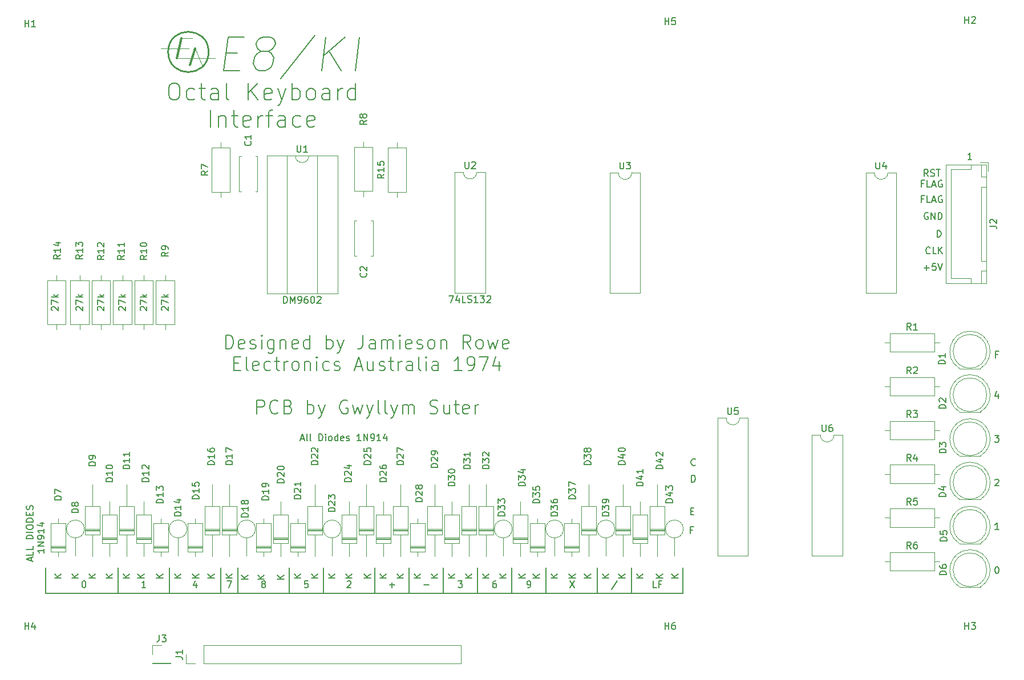
<source format=gbr>
%TF.GenerationSoftware,KiCad,Pcbnew,(6.0.4-0)*%
%TF.CreationDate,2024-05-14T13:38:24+10:00*%
%TF.ProjectId,Keyboard interface,4b657962-6f61-4726-9420-696e74657266,rev?*%
%TF.SameCoordinates,Original*%
%TF.FileFunction,Legend,Top*%
%TF.FilePolarity,Positive*%
%FSLAX46Y46*%
G04 Gerber Fmt 4.6, Leading zero omitted, Abs format (unit mm)*
G04 Created by KiCad (PCBNEW (6.0.4-0)) date 2024-05-14 13:38:24*
%MOMM*%
%LPD*%
G01*
G04 APERTURE LIST*
%ADD10C,0.150000*%
%ADD11C,0.120000*%
%ADD12C,0.300000*%
%ADD13C,0.240000*%
G04 APERTURE END LIST*
D10*
X95654028Y-112968066D02*
X96130219Y-112968066D01*
X95558790Y-113253780D02*
X95892123Y-112253780D01*
X96225457Y-113253780D01*
X96701647Y-113253780D02*
X96606409Y-113206161D01*
X96558790Y-113110923D01*
X96558790Y-112253780D01*
X97225457Y-113253780D02*
X97130219Y-113206161D01*
X97082600Y-113110923D01*
X97082600Y-112253780D01*
X98368314Y-113253780D02*
X98368314Y-112253780D01*
X98606409Y-112253780D01*
X98749266Y-112301400D01*
X98844504Y-112396638D01*
X98892123Y-112491876D01*
X98939742Y-112682352D01*
X98939742Y-112825209D01*
X98892123Y-113015685D01*
X98844504Y-113110923D01*
X98749266Y-113206161D01*
X98606409Y-113253780D01*
X98368314Y-113253780D01*
X99368314Y-113253780D02*
X99368314Y-112587114D01*
X99368314Y-112253780D02*
X99320695Y-112301400D01*
X99368314Y-112349019D01*
X99415933Y-112301400D01*
X99368314Y-112253780D01*
X99368314Y-112349019D01*
X99987361Y-113253780D02*
X99892123Y-113206161D01*
X99844504Y-113158542D01*
X99796885Y-113063304D01*
X99796885Y-112777590D01*
X99844504Y-112682352D01*
X99892123Y-112634733D01*
X99987361Y-112587114D01*
X100130219Y-112587114D01*
X100225457Y-112634733D01*
X100273076Y-112682352D01*
X100320695Y-112777590D01*
X100320695Y-113063304D01*
X100273076Y-113158542D01*
X100225457Y-113206161D01*
X100130219Y-113253780D01*
X99987361Y-113253780D01*
X101177838Y-113253780D02*
X101177838Y-112253780D01*
X101177838Y-113206161D02*
X101082600Y-113253780D01*
X100892123Y-113253780D01*
X100796885Y-113206161D01*
X100749266Y-113158542D01*
X100701647Y-113063304D01*
X100701647Y-112777590D01*
X100749266Y-112682352D01*
X100796885Y-112634733D01*
X100892123Y-112587114D01*
X101082600Y-112587114D01*
X101177838Y-112634733D01*
X102034980Y-113206161D02*
X101939742Y-113253780D01*
X101749266Y-113253780D01*
X101654028Y-113206161D01*
X101606409Y-113110923D01*
X101606409Y-112729971D01*
X101654028Y-112634733D01*
X101749266Y-112587114D01*
X101939742Y-112587114D01*
X102034980Y-112634733D01*
X102082600Y-112729971D01*
X102082600Y-112825209D01*
X101606409Y-112920447D01*
X102463552Y-113206161D02*
X102558790Y-113253780D01*
X102749266Y-113253780D01*
X102844504Y-113206161D01*
X102892123Y-113110923D01*
X102892123Y-113063304D01*
X102844504Y-112968066D01*
X102749266Y-112920447D01*
X102606409Y-112920447D01*
X102511171Y-112872828D01*
X102463552Y-112777590D01*
X102463552Y-112729971D01*
X102511171Y-112634733D01*
X102606409Y-112587114D01*
X102749266Y-112587114D01*
X102844504Y-112634733D01*
X104606409Y-113253780D02*
X104034980Y-113253780D01*
X104320695Y-113253780D02*
X104320695Y-112253780D01*
X104225457Y-112396638D01*
X104130219Y-112491876D01*
X104034980Y-112539495D01*
X105034980Y-113253780D02*
X105034980Y-112253780D01*
X105606409Y-113253780D01*
X105606409Y-112253780D01*
X106130219Y-113253780D02*
X106320695Y-113253780D01*
X106415933Y-113206161D01*
X106463552Y-113158542D01*
X106558790Y-113015685D01*
X106606409Y-112825209D01*
X106606409Y-112444257D01*
X106558790Y-112349019D01*
X106511171Y-112301400D01*
X106415933Y-112253780D01*
X106225457Y-112253780D01*
X106130219Y-112301400D01*
X106082600Y-112349019D01*
X106034980Y-112444257D01*
X106034980Y-112682352D01*
X106082600Y-112777590D01*
X106130219Y-112825209D01*
X106225457Y-112872828D01*
X106415933Y-112872828D01*
X106511171Y-112825209D01*
X106558790Y-112777590D01*
X106606409Y-112682352D01*
X107558790Y-113253780D02*
X106987361Y-113253780D01*
X107273076Y-113253780D02*
X107273076Y-112253780D01*
X107177838Y-112396638D01*
X107082600Y-112491876D01*
X106987361Y-112539495D01*
X108415933Y-112587114D02*
X108415933Y-113253780D01*
X108177838Y-112206161D02*
X107939742Y-112920447D01*
X108558790Y-112920447D01*
X188198285Y-87549028D02*
X188960190Y-87549028D01*
X188579238Y-87929980D02*
X188579238Y-87168076D01*
X189912571Y-86929980D02*
X189436380Y-86929980D01*
X189388761Y-87406171D01*
X189436380Y-87358552D01*
X189531619Y-87310933D01*
X189769714Y-87310933D01*
X189864952Y-87358552D01*
X189912571Y-87406171D01*
X189960190Y-87501409D01*
X189960190Y-87739504D01*
X189912571Y-87834742D01*
X189864952Y-87882361D01*
X189769714Y-87929980D01*
X189531619Y-87929980D01*
X189436380Y-87882361D01*
X189388761Y-87834742D01*
X190245904Y-86929980D02*
X190579238Y-87929980D01*
X190912571Y-86929980D01*
X188772895Y-79408400D02*
X188677657Y-79360780D01*
X188534800Y-79360780D01*
X188391942Y-79408400D01*
X188296704Y-79503638D01*
X188249085Y-79598876D01*
X188201466Y-79789352D01*
X188201466Y-79932209D01*
X188249085Y-80122685D01*
X188296704Y-80217923D01*
X188391942Y-80313161D01*
X188534800Y-80360780D01*
X188630038Y-80360780D01*
X188772895Y-80313161D01*
X188820514Y-80265542D01*
X188820514Y-79932209D01*
X188630038Y-79932209D01*
X189249085Y-80360780D02*
X189249085Y-79360780D01*
X189820514Y-80360780D01*
X189820514Y-79360780D01*
X190296704Y-80360780D02*
X190296704Y-79360780D01*
X190534800Y-79360780D01*
X190677657Y-79408400D01*
X190772895Y-79503638D01*
X190820514Y-79598876D01*
X190868133Y-79789352D01*
X190868133Y-79932209D01*
X190820514Y-80122685D01*
X190772895Y-80217923D01*
X190677657Y-80313161D01*
X190534800Y-80360780D01*
X190296704Y-80360780D01*
X195256114Y-71470780D02*
X194684685Y-71470780D01*
X194970400Y-71470780D02*
X194970400Y-70470780D01*
X194875161Y-70613638D01*
X194779923Y-70708876D01*
X194684685Y-70756495D01*
X188783980Y-73967780D02*
X188450647Y-73491590D01*
X188212552Y-73967780D02*
X188212552Y-72967780D01*
X188593504Y-72967780D01*
X188688742Y-73015400D01*
X188736361Y-73063019D01*
X188783980Y-73158257D01*
X188783980Y-73301114D01*
X188736361Y-73396352D01*
X188688742Y-73443971D01*
X188593504Y-73491590D01*
X188212552Y-73491590D01*
X189164933Y-73920161D02*
X189307790Y-73967780D01*
X189545885Y-73967780D01*
X189641123Y-73920161D01*
X189688742Y-73872542D01*
X189736361Y-73777304D01*
X189736361Y-73682066D01*
X189688742Y-73586828D01*
X189641123Y-73539209D01*
X189545885Y-73491590D01*
X189355409Y-73443971D01*
X189260171Y-73396352D01*
X189212552Y-73348733D01*
X189164933Y-73253495D01*
X189164933Y-73158257D01*
X189212552Y-73063019D01*
X189260171Y-73015400D01*
X189355409Y-72967780D01*
X189593504Y-72967780D01*
X189736361Y-73015400D01*
X190022076Y-72967780D02*
X190593504Y-72967780D01*
X190307790Y-73967780D02*
X190307790Y-72967780D01*
X188141123Y-75053971D02*
X187807790Y-75053971D01*
X187807790Y-75577780D02*
X187807790Y-74577780D01*
X188283980Y-74577780D01*
X189141123Y-75577780D02*
X188664933Y-75577780D01*
X188664933Y-74577780D01*
X189426838Y-75292066D02*
X189903028Y-75292066D01*
X189331600Y-75577780D02*
X189664933Y-74577780D01*
X189998266Y-75577780D01*
X190855409Y-74625400D02*
X190760171Y-74577780D01*
X190617314Y-74577780D01*
X190474457Y-74625400D01*
X190379219Y-74720638D01*
X190331600Y-74815876D01*
X190283980Y-75006352D01*
X190283980Y-75149209D01*
X190331600Y-75339685D01*
X190379219Y-75434923D01*
X190474457Y-75530161D01*
X190617314Y-75577780D01*
X190712552Y-75577780D01*
X190855409Y-75530161D01*
X190903028Y-75482542D01*
X190903028Y-75149209D01*
X190712552Y-75149209D01*
X188141123Y-77347771D02*
X187807790Y-77347771D01*
X187807790Y-77871580D02*
X187807790Y-76871580D01*
X188283980Y-76871580D01*
X189141123Y-77871580D02*
X188664933Y-77871580D01*
X188664933Y-76871580D01*
X189426838Y-77585866D02*
X189903028Y-77585866D01*
X189331600Y-77871580D02*
X189664933Y-76871580D01*
X189998266Y-77871580D01*
X190855409Y-76919200D02*
X190760171Y-76871580D01*
X190617314Y-76871580D01*
X190474457Y-76919200D01*
X190379219Y-77014438D01*
X190331600Y-77109676D01*
X190283980Y-77300152D01*
X190283980Y-77443009D01*
X190331600Y-77633485D01*
X190379219Y-77728723D01*
X190474457Y-77823961D01*
X190617314Y-77871580D01*
X190712552Y-77871580D01*
X190855409Y-77823961D01*
X190903028Y-77776342D01*
X190903028Y-77443009D01*
X190712552Y-77443009D01*
X189091961Y-85396342D02*
X189044342Y-85443961D01*
X188901485Y-85491580D01*
X188806247Y-85491580D01*
X188663390Y-85443961D01*
X188568152Y-85348723D01*
X188520533Y-85253485D01*
X188472914Y-85063009D01*
X188472914Y-84920152D01*
X188520533Y-84729676D01*
X188568152Y-84634438D01*
X188663390Y-84539200D01*
X188806247Y-84491580D01*
X188901485Y-84491580D01*
X189044342Y-84539200D01*
X189091961Y-84586819D01*
X189996723Y-85491580D02*
X189520533Y-85491580D01*
X189520533Y-84491580D01*
X190330057Y-85491580D02*
X190330057Y-84491580D01*
X190901485Y-85491580D02*
X190472914Y-84920152D01*
X190901485Y-84491580D02*
X190330057Y-85063009D01*
X190136495Y-83002380D02*
X190136495Y-82002380D01*
X190374590Y-82002380D01*
X190517447Y-82050000D01*
X190612685Y-82145238D01*
X190660304Y-82240476D01*
X190707923Y-82430952D01*
X190707923Y-82573809D01*
X190660304Y-82764285D01*
X190612685Y-82859523D01*
X190517447Y-82954761D01*
X190374590Y-83002380D01*
X190136495Y-83002380D01*
X116840000Y-132080000D02*
X116840000Y-132715000D01*
X99060000Y-132080000D02*
X99060000Y-135890000D01*
X111760000Y-132080000D02*
X111760000Y-135890000D01*
X93980000Y-132080000D02*
X93980000Y-135890000D01*
X122555000Y-135890000D02*
X102870000Y-135890000D01*
X116840000Y-132715000D02*
X116840000Y-135890000D01*
X139700000Y-132080000D02*
X139700000Y-135890000D01*
X83820000Y-132080000D02*
X83820000Y-135890000D01*
X144780000Y-132080000D02*
X144780000Y-135890000D01*
X121920000Y-132080000D02*
X121920000Y-135890000D01*
X106680000Y-132080000D02*
X106680000Y-135890000D01*
X57785000Y-135890000D02*
X57785000Y-132080000D01*
X132080000Y-135890000D02*
X152400000Y-135890000D01*
X152400000Y-135890000D02*
X152400000Y-132080000D01*
X102870000Y-135890000D02*
X57785000Y-135890000D01*
X122555000Y-135890000D02*
X132080000Y-135890000D01*
X132080000Y-135890000D02*
X132080000Y-132080000D01*
X127000000Y-132080000D02*
X127000000Y-135890000D01*
X86360000Y-132080000D02*
X86360000Y-135890000D01*
X76200000Y-132080000D02*
X76200000Y-135890000D01*
X68580000Y-132080000D02*
X68580000Y-135890000D01*
X198666666Y-112452380D02*
X199285714Y-112452380D01*
X198952380Y-112833333D01*
X199095238Y-112833333D01*
X199190476Y-112880952D01*
X199238095Y-112928571D01*
X199285714Y-113023809D01*
X199285714Y-113261904D01*
X199238095Y-113357142D01*
X199190476Y-113404761D01*
X199095238Y-113452380D01*
X198809523Y-113452380D01*
X198714285Y-113404761D01*
X198666666Y-113357142D01*
X72675714Y-135072380D02*
X72104285Y-135072380D01*
X72390000Y-135072380D02*
X72390000Y-134072380D01*
X72294761Y-134215238D01*
X72199523Y-134310476D01*
X72104285Y-134358095D01*
X55666666Y-131119047D02*
X55666666Y-130642857D01*
X55952380Y-131214285D02*
X54952380Y-130880952D01*
X55952380Y-130547619D01*
X55952380Y-129738095D02*
X55952380Y-130214285D01*
X54952380Y-130214285D01*
X55952380Y-128928571D02*
X55952380Y-129404761D01*
X54952380Y-129404761D01*
X55952380Y-127833333D02*
X54952380Y-127833333D01*
X54952380Y-127595238D01*
X55000000Y-127452380D01*
X55095238Y-127357142D01*
X55190476Y-127309523D01*
X55380952Y-127261904D01*
X55523809Y-127261904D01*
X55714285Y-127309523D01*
X55809523Y-127357142D01*
X55904761Y-127452380D01*
X55952380Y-127595238D01*
X55952380Y-127833333D01*
X55952380Y-126833333D02*
X54952380Y-126833333D01*
X54952380Y-126166666D02*
X54952380Y-125976190D01*
X55000000Y-125880952D01*
X55095238Y-125785714D01*
X55285714Y-125738095D01*
X55619047Y-125738095D01*
X55809523Y-125785714D01*
X55904761Y-125880952D01*
X55952380Y-125976190D01*
X55952380Y-126166666D01*
X55904761Y-126261904D01*
X55809523Y-126357142D01*
X55619047Y-126404761D01*
X55285714Y-126404761D01*
X55095238Y-126357142D01*
X55000000Y-126261904D01*
X54952380Y-126166666D01*
X55952380Y-125309523D02*
X54952380Y-125309523D01*
X54952380Y-125071428D01*
X55000000Y-124928571D01*
X55095238Y-124833333D01*
X55190476Y-124785714D01*
X55380952Y-124738095D01*
X55523809Y-124738095D01*
X55714285Y-124785714D01*
X55809523Y-124833333D01*
X55904761Y-124928571D01*
X55952380Y-125071428D01*
X55952380Y-125309523D01*
X55428571Y-124309523D02*
X55428571Y-123976190D01*
X55952380Y-123833333D02*
X55952380Y-124309523D01*
X54952380Y-124309523D01*
X54952380Y-123833333D01*
X55904761Y-123452380D02*
X55952380Y-123309523D01*
X55952380Y-123071428D01*
X55904761Y-122976190D01*
X55857142Y-122928571D01*
X55761904Y-122880952D01*
X55666666Y-122880952D01*
X55571428Y-122928571D01*
X55523809Y-122976190D01*
X55476190Y-123071428D01*
X55428571Y-123261904D01*
X55380952Y-123357142D01*
X55333333Y-123404761D01*
X55238095Y-123452380D01*
X55142857Y-123452380D01*
X55047619Y-123404761D01*
X55000000Y-123357142D01*
X54952380Y-123261904D01*
X54952380Y-123023809D01*
X55000000Y-122880952D01*
X135666666Y-134072380D02*
X136333333Y-135072380D01*
X136333333Y-134072380D02*
X135666666Y-135072380D01*
X153863657Y-126522171D02*
X153530323Y-126522171D01*
X153530323Y-127045980D02*
X153530323Y-126045980D01*
X154006514Y-126045980D01*
X199142857Y-100428571D02*
X198809523Y-100428571D01*
X198809523Y-100952380D02*
X198809523Y-99952380D01*
X199285714Y-99952380D01*
X142668571Y-134024761D02*
X141811428Y-135310476D01*
X129349523Y-135072380D02*
X129540000Y-135072380D01*
X129635238Y-135024761D01*
X129682857Y-134977142D01*
X129778095Y-134834285D01*
X129825714Y-134643809D01*
X129825714Y-134262857D01*
X129778095Y-134167619D01*
X129730476Y-134120000D01*
X129635238Y-134072380D01*
X129444761Y-134072380D01*
X129349523Y-134120000D01*
X129301904Y-134167619D01*
X129254285Y-134262857D01*
X129254285Y-134500952D01*
X129301904Y-134596190D01*
X129349523Y-134643809D01*
X129444761Y-134691428D01*
X129635238Y-134691428D01*
X129730476Y-134643809D01*
X129778095Y-134596190D01*
X129825714Y-134500952D01*
X84592113Y-55642857D02*
X86258779Y-55642857D01*
X86645684Y-58261904D02*
X84264732Y-58261904D01*
X84889732Y-53261904D01*
X87270684Y-53261904D01*
X89859970Y-55404761D02*
X89413541Y-55166666D01*
X89205208Y-54928571D01*
X89026636Y-54452380D01*
X89056398Y-54214285D01*
X89354017Y-53738095D01*
X89621875Y-53500000D01*
X90127827Y-53261904D01*
X91080208Y-53261904D01*
X91526636Y-53500000D01*
X91734970Y-53738095D01*
X91913541Y-54214285D01*
X91883779Y-54452380D01*
X91586160Y-54928571D01*
X91318303Y-55166666D01*
X90812351Y-55404761D01*
X89859970Y-55404761D01*
X89354017Y-55642857D01*
X89086160Y-55880952D01*
X88788541Y-56357142D01*
X88669494Y-57309523D01*
X88848065Y-57785714D01*
X89056398Y-58023809D01*
X89502827Y-58261904D01*
X90455208Y-58261904D01*
X90961160Y-58023809D01*
X91229017Y-57785714D01*
X91526636Y-57309523D01*
X91645684Y-56357142D01*
X91467113Y-55880952D01*
X91258779Y-55642857D01*
X90812351Y-55404761D01*
X97776636Y-53023809D02*
X92687351Y-59452380D01*
X98788541Y-58261904D02*
X99413541Y-53261904D01*
X101645684Y-58261904D02*
X99859970Y-55404761D01*
X102270684Y-53261904D02*
X99056398Y-56119047D01*
X103788541Y-58261904D02*
X104413541Y-53261904D01*
X119046666Y-134072380D02*
X119665714Y-134072380D01*
X119332380Y-134453333D01*
X119475238Y-134453333D01*
X119570476Y-134500952D01*
X119618095Y-134548571D01*
X119665714Y-134643809D01*
X119665714Y-134881904D01*
X119618095Y-134977142D01*
X119570476Y-135024761D01*
X119475238Y-135072380D01*
X119189523Y-135072380D01*
X119094285Y-135024761D01*
X119046666Y-134977142D01*
X199190476Y-106285714D02*
X199190476Y-106952380D01*
X198952380Y-105904761D02*
X198714285Y-106619047D01*
X199333333Y-106619047D01*
X84547619Y-99574761D02*
X84547619Y-97574761D01*
X85023809Y-97574761D01*
X85309523Y-97670000D01*
X85500000Y-97860476D01*
X85595238Y-98050952D01*
X85690476Y-98431904D01*
X85690476Y-98717619D01*
X85595238Y-99098571D01*
X85500000Y-99289047D01*
X85309523Y-99479523D01*
X85023809Y-99574761D01*
X84547619Y-99574761D01*
X87309523Y-99479523D02*
X87119047Y-99574761D01*
X86738095Y-99574761D01*
X86547619Y-99479523D01*
X86452380Y-99289047D01*
X86452380Y-98527142D01*
X86547619Y-98336666D01*
X86738095Y-98241428D01*
X87119047Y-98241428D01*
X87309523Y-98336666D01*
X87404761Y-98527142D01*
X87404761Y-98717619D01*
X86452380Y-98908095D01*
X88166666Y-99479523D02*
X88357142Y-99574761D01*
X88738095Y-99574761D01*
X88928571Y-99479523D01*
X89023809Y-99289047D01*
X89023809Y-99193809D01*
X88928571Y-99003333D01*
X88738095Y-98908095D01*
X88452380Y-98908095D01*
X88261904Y-98812857D01*
X88166666Y-98622380D01*
X88166666Y-98527142D01*
X88261904Y-98336666D01*
X88452380Y-98241428D01*
X88738095Y-98241428D01*
X88928571Y-98336666D01*
X89880952Y-99574761D02*
X89880952Y-98241428D01*
X89880952Y-97574761D02*
X89785714Y-97670000D01*
X89880952Y-97765238D01*
X89976190Y-97670000D01*
X89880952Y-97574761D01*
X89880952Y-97765238D01*
X91690476Y-98241428D02*
X91690476Y-99860476D01*
X91595238Y-100050952D01*
X91500000Y-100146190D01*
X91309523Y-100241428D01*
X91023809Y-100241428D01*
X90833333Y-100146190D01*
X91690476Y-99479523D02*
X91500000Y-99574761D01*
X91119047Y-99574761D01*
X90928571Y-99479523D01*
X90833333Y-99384285D01*
X90738095Y-99193809D01*
X90738095Y-98622380D01*
X90833333Y-98431904D01*
X90928571Y-98336666D01*
X91119047Y-98241428D01*
X91500000Y-98241428D01*
X91690476Y-98336666D01*
X92642857Y-98241428D02*
X92642857Y-99574761D01*
X92642857Y-98431904D02*
X92738095Y-98336666D01*
X92928571Y-98241428D01*
X93214285Y-98241428D01*
X93404761Y-98336666D01*
X93500000Y-98527142D01*
X93500000Y-99574761D01*
X95214285Y-99479523D02*
X95023809Y-99574761D01*
X94642857Y-99574761D01*
X94452380Y-99479523D01*
X94357142Y-99289047D01*
X94357142Y-98527142D01*
X94452380Y-98336666D01*
X94642857Y-98241428D01*
X95023809Y-98241428D01*
X95214285Y-98336666D01*
X95309523Y-98527142D01*
X95309523Y-98717619D01*
X94357142Y-98908095D01*
X97023809Y-99574761D02*
X97023809Y-97574761D01*
X97023809Y-99479523D02*
X96833333Y-99574761D01*
X96452380Y-99574761D01*
X96261904Y-99479523D01*
X96166666Y-99384285D01*
X96071428Y-99193809D01*
X96071428Y-98622380D01*
X96166666Y-98431904D01*
X96261904Y-98336666D01*
X96452380Y-98241428D01*
X96833333Y-98241428D01*
X97023809Y-98336666D01*
X99500000Y-99574761D02*
X99500000Y-97574761D01*
X99500000Y-98336666D02*
X99690476Y-98241428D01*
X100071428Y-98241428D01*
X100261904Y-98336666D01*
X100357142Y-98431904D01*
X100452380Y-98622380D01*
X100452380Y-99193809D01*
X100357142Y-99384285D01*
X100261904Y-99479523D01*
X100071428Y-99574761D01*
X99690476Y-99574761D01*
X99500000Y-99479523D01*
X101119047Y-98241428D02*
X101595238Y-99574761D01*
X102071428Y-98241428D02*
X101595238Y-99574761D01*
X101404761Y-100050952D01*
X101309523Y-100146190D01*
X101119047Y-100241428D01*
X104928571Y-97574761D02*
X104928571Y-99003333D01*
X104833333Y-99289047D01*
X104642857Y-99479523D01*
X104357142Y-99574761D01*
X104166666Y-99574761D01*
X106738095Y-99574761D02*
X106738095Y-98527142D01*
X106642857Y-98336666D01*
X106452380Y-98241428D01*
X106071428Y-98241428D01*
X105880952Y-98336666D01*
X106738095Y-99479523D02*
X106547619Y-99574761D01*
X106071428Y-99574761D01*
X105880952Y-99479523D01*
X105785714Y-99289047D01*
X105785714Y-99098571D01*
X105880952Y-98908095D01*
X106071428Y-98812857D01*
X106547619Y-98812857D01*
X106738095Y-98717619D01*
X107690476Y-99574761D02*
X107690476Y-98241428D01*
X107690476Y-98431904D02*
X107785714Y-98336666D01*
X107976190Y-98241428D01*
X108261904Y-98241428D01*
X108452380Y-98336666D01*
X108547619Y-98527142D01*
X108547619Y-99574761D01*
X108547619Y-98527142D02*
X108642857Y-98336666D01*
X108833333Y-98241428D01*
X109119047Y-98241428D01*
X109309523Y-98336666D01*
X109404761Y-98527142D01*
X109404761Y-99574761D01*
X110357142Y-99574761D02*
X110357142Y-98241428D01*
X110357142Y-97574761D02*
X110261904Y-97670000D01*
X110357142Y-97765238D01*
X110452380Y-97670000D01*
X110357142Y-97574761D01*
X110357142Y-97765238D01*
X112071428Y-99479523D02*
X111880952Y-99574761D01*
X111500000Y-99574761D01*
X111309523Y-99479523D01*
X111214285Y-99289047D01*
X111214285Y-98527142D01*
X111309523Y-98336666D01*
X111500000Y-98241428D01*
X111880952Y-98241428D01*
X112071428Y-98336666D01*
X112166666Y-98527142D01*
X112166666Y-98717619D01*
X111214285Y-98908095D01*
X112928571Y-99479523D02*
X113119047Y-99574761D01*
X113500000Y-99574761D01*
X113690476Y-99479523D01*
X113785714Y-99289047D01*
X113785714Y-99193809D01*
X113690476Y-99003333D01*
X113500000Y-98908095D01*
X113214285Y-98908095D01*
X113023809Y-98812857D01*
X112928571Y-98622380D01*
X112928571Y-98527142D01*
X113023809Y-98336666D01*
X113214285Y-98241428D01*
X113500000Y-98241428D01*
X113690476Y-98336666D01*
X114928571Y-99574761D02*
X114738095Y-99479523D01*
X114642857Y-99384285D01*
X114547619Y-99193809D01*
X114547619Y-98622380D01*
X114642857Y-98431904D01*
X114738095Y-98336666D01*
X114928571Y-98241428D01*
X115214285Y-98241428D01*
X115404761Y-98336666D01*
X115500000Y-98431904D01*
X115595238Y-98622380D01*
X115595238Y-99193809D01*
X115500000Y-99384285D01*
X115404761Y-99479523D01*
X115214285Y-99574761D01*
X114928571Y-99574761D01*
X116452380Y-98241428D02*
X116452380Y-99574761D01*
X116452380Y-98431904D02*
X116547619Y-98336666D01*
X116738095Y-98241428D01*
X117023809Y-98241428D01*
X117214285Y-98336666D01*
X117309523Y-98527142D01*
X117309523Y-99574761D01*
X120928571Y-99574761D02*
X120261904Y-98622380D01*
X119785714Y-99574761D02*
X119785714Y-97574761D01*
X120547619Y-97574761D01*
X120738095Y-97670000D01*
X120833333Y-97765238D01*
X120928571Y-97955714D01*
X120928571Y-98241428D01*
X120833333Y-98431904D01*
X120738095Y-98527142D01*
X120547619Y-98622380D01*
X119785714Y-98622380D01*
X122071428Y-99574761D02*
X121880952Y-99479523D01*
X121785714Y-99384285D01*
X121690476Y-99193809D01*
X121690476Y-98622380D01*
X121785714Y-98431904D01*
X121880952Y-98336666D01*
X122071428Y-98241428D01*
X122357142Y-98241428D01*
X122547619Y-98336666D01*
X122642857Y-98431904D01*
X122738095Y-98622380D01*
X122738095Y-99193809D01*
X122642857Y-99384285D01*
X122547619Y-99479523D01*
X122357142Y-99574761D01*
X122071428Y-99574761D01*
X123404761Y-98241428D02*
X123785714Y-99574761D01*
X124166666Y-98622380D01*
X124547619Y-99574761D01*
X124928571Y-98241428D01*
X126452380Y-99479523D02*
X126261904Y-99574761D01*
X125880952Y-99574761D01*
X125690476Y-99479523D01*
X125595238Y-99289047D01*
X125595238Y-98527142D01*
X125690476Y-98336666D01*
X125880952Y-98241428D01*
X126261904Y-98241428D01*
X126452380Y-98336666D01*
X126547619Y-98527142D01*
X126547619Y-98717619D01*
X125595238Y-98908095D01*
X85785714Y-101747142D02*
X86452380Y-101747142D01*
X86738095Y-102794761D02*
X85785714Y-102794761D01*
X85785714Y-100794761D01*
X86738095Y-100794761D01*
X87880952Y-102794761D02*
X87690476Y-102699523D01*
X87595238Y-102509047D01*
X87595238Y-100794761D01*
X89404761Y-102699523D02*
X89214285Y-102794761D01*
X88833333Y-102794761D01*
X88642857Y-102699523D01*
X88547619Y-102509047D01*
X88547619Y-101747142D01*
X88642857Y-101556666D01*
X88833333Y-101461428D01*
X89214285Y-101461428D01*
X89404761Y-101556666D01*
X89500000Y-101747142D01*
X89500000Y-101937619D01*
X88547619Y-102128095D01*
X91214285Y-102699523D02*
X91023809Y-102794761D01*
X90642857Y-102794761D01*
X90452380Y-102699523D01*
X90357142Y-102604285D01*
X90261904Y-102413809D01*
X90261904Y-101842380D01*
X90357142Y-101651904D01*
X90452380Y-101556666D01*
X90642857Y-101461428D01*
X91023809Y-101461428D01*
X91214285Y-101556666D01*
X91785714Y-101461428D02*
X92547619Y-101461428D01*
X92071428Y-100794761D02*
X92071428Y-102509047D01*
X92166666Y-102699523D01*
X92357142Y-102794761D01*
X92547619Y-102794761D01*
X93214285Y-102794761D02*
X93214285Y-101461428D01*
X93214285Y-101842380D02*
X93309523Y-101651904D01*
X93404761Y-101556666D01*
X93595238Y-101461428D01*
X93785714Y-101461428D01*
X94738095Y-102794761D02*
X94547619Y-102699523D01*
X94452380Y-102604285D01*
X94357142Y-102413809D01*
X94357142Y-101842380D01*
X94452380Y-101651904D01*
X94547619Y-101556666D01*
X94738095Y-101461428D01*
X95023809Y-101461428D01*
X95214285Y-101556666D01*
X95309523Y-101651904D01*
X95404761Y-101842380D01*
X95404761Y-102413809D01*
X95309523Y-102604285D01*
X95214285Y-102699523D01*
X95023809Y-102794761D01*
X94738095Y-102794761D01*
X96261904Y-101461428D02*
X96261904Y-102794761D01*
X96261904Y-101651904D02*
X96357142Y-101556666D01*
X96547619Y-101461428D01*
X96833333Y-101461428D01*
X97023809Y-101556666D01*
X97119047Y-101747142D01*
X97119047Y-102794761D01*
X98071428Y-102794761D02*
X98071428Y-101461428D01*
X98071428Y-100794761D02*
X97976190Y-100890000D01*
X98071428Y-100985238D01*
X98166666Y-100890000D01*
X98071428Y-100794761D01*
X98071428Y-100985238D01*
X99880952Y-102699523D02*
X99690476Y-102794761D01*
X99309523Y-102794761D01*
X99119047Y-102699523D01*
X99023809Y-102604285D01*
X98928571Y-102413809D01*
X98928571Y-101842380D01*
X99023809Y-101651904D01*
X99119047Y-101556666D01*
X99309523Y-101461428D01*
X99690476Y-101461428D01*
X99880952Y-101556666D01*
X100642857Y-102699523D02*
X100833333Y-102794761D01*
X101214285Y-102794761D01*
X101404761Y-102699523D01*
X101500000Y-102509047D01*
X101500000Y-102413809D01*
X101404761Y-102223333D01*
X101214285Y-102128095D01*
X100928571Y-102128095D01*
X100738095Y-102032857D01*
X100642857Y-101842380D01*
X100642857Y-101747142D01*
X100738095Y-101556666D01*
X100928571Y-101461428D01*
X101214285Y-101461428D01*
X101404761Y-101556666D01*
X103785714Y-102223333D02*
X104738095Y-102223333D01*
X103595238Y-102794761D02*
X104261904Y-100794761D01*
X104928571Y-102794761D01*
X106452380Y-101461428D02*
X106452380Y-102794761D01*
X105595238Y-101461428D02*
X105595238Y-102509047D01*
X105690476Y-102699523D01*
X105880952Y-102794761D01*
X106166666Y-102794761D01*
X106357142Y-102699523D01*
X106452380Y-102604285D01*
X107309523Y-102699523D02*
X107500000Y-102794761D01*
X107880952Y-102794761D01*
X108071428Y-102699523D01*
X108166666Y-102509047D01*
X108166666Y-102413809D01*
X108071428Y-102223333D01*
X107880952Y-102128095D01*
X107595238Y-102128095D01*
X107404761Y-102032857D01*
X107309523Y-101842380D01*
X107309523Y-101747142D01*
X107404761Y-101556666D01*
X107595238Y-101461428D01*
X107880952Y-101461428D01*
X108071428Y-101556666D01*
X108738095Y-101461428D02*
X109500000Y-101461428D01*
X109023809Y-100794761D02*
X109023809Y-102509047D01*
X109119047Y-102699523D01*
X109309523Y-102794761D01*
X109500000Y-102794761D01*
X110166666Y-102794761D02*
X110166666Y-101461428D01*
X110166666Y-101842380D02*
X110261904Y-101651904D01*
X110357142Y-101556666D01*
X110547619Y-101461428D01*
X110738095Y-101461428D01*
X112261904Y-102794761D02*
X112261904Y-101747142D01*
X112166666Y-101556666D01*
X111976190Y-101461428D01*
X111595238Y-101461428D01*
X111404761Y-101556666D01*
X112261904Y-102699523D02*
X112071428Y-102794761D01*
X111595238Y-102794761D01*
X111404761Y-102699523D01*
X111309523Y-102509047D01*
X111309523Y-102318571D01*
X111404761Y-102128095D01*
X111595238Y-102032857D01*
X112071428Y-102032857D01*
X112261904Y-101937619D01*
X113500000Y-102794761D02*
X113309523Y-102699523D01*
X113214285Y-102509047D01*
X113214285Y-100794761D01*
X114261904Y-102794761D02*
X114261904Y-101461428D01*
X114261904Y-100794761D02*
X114166666Y-100890000D01*
X114261904Y-100985238D01*
X114357142Y-100890000D01*
X114261904Y-100794761D01*
X114261904Y-100985238D01*
X116071428Y-102794761D02*
X116071428Y-101747142D01*
X115976190Y-101556666D01*
X115785714Y-101461428D01*
X115404761Y-101461428D01*
X115214285Y-101556666D01*
X116071428Y-102699523D02*
X115880952Y-102794761D01*
X115404761Y-102794761D01*
X115214285Y-102699523D01*
X115119047Y-102509047D01*
X115119047Y-102318571D01*
X115214285Y-102128095D01*
X115404761Y-102032857D01*
X115880952Y-102032857D01*
X116071428Y-101937619D01*
X119595238Y-102794761D02*
X118452380Y-102794761D01*
X119023809Y-102794761D02*
X119023809Y-100794761D01*
X118833333Y-101080476D01*
X118642857Y-101270952D01*
X118452380Y-101366190D01*
X120547619Y-102794761D02*
X120928571Y-102794761D01*
X121119047Y-102699523D01*
X121214285Y-102604285D01*
X121404761Y-102318571D01*
X121500000Y-101937619D01*
X121500000Y-101175714D01*
X121404761Y-100985238D01*
X121309523Y-100890000D01*
X121119047Y-100794761D01*
X120738095Y-100794761D01*
X120547619Y-100890000D01*
X120452380Y-100985238D01*
X120357142Y-101175714D01*
X120357142Y-101651904D01*
X120452380Y-101842380D01*
X120547619Y-101937619D01*
X120738095Y-102032857D01*
X121119047Y-102032857D01*
X121309523Y-101937619D01*
X121404761Y-101842380D01*
X121500000Y-101651904D01*
X122166666Y-100794761D02*
X123500000Y-100794761D01*
X122642857Y-102794761D01*
X125119047Y-101461428D02*
X125119047Y-102794761D01*
X124642857Y-100699523D02*
X124166666Y-102128095D01*
X125404761Y-102128095D01*
X89166666Y-109234761D02*
X89166666Y-107234761D01*
X89928571Y-107234761D01*
X90119047Y-107330000D01*
X90214285Y-107425238D01*
X90309523Y-107615714D01*
X90309523Y-107901428D01*
X90214285Y-108091904D01*
X90119047Y-108187142D01*
X89928571Y-108282380D01*
X89166666Y-108282380D01*
X92309523Y-109044285D02*
X92214285Y-109139523D01*
X91928571Y-109234761D01*
X91738095Y-109234761D01*
X91452380Y-109139523D01*
X91261904Y-108949047D01*
X91166666Y-108758571D01*
X91071428Y-108377619D01*
X91071428Y-108091904D01*
X91166666Y-107710952D01*
X91261904Y-107520476D01*
X91452380Y-107330000D01*
X91738095Y-107234761D01*
X91928571Y-107234761D01*
X92214285Y-107330000D01*
X92309523Y-107425238D01*
X93833333Y-108187142D02*
X94119047Y-108282380D01*
X94214285Y-108377619D01*
X94309523Y-108568095D01*
X94309523Y-108853809D01*
X94214285Y-109044285D01*
X94119047Y-109139523D01*
X93928571Y-109234761D01*
X93166666Y-109234761D01*
X93166666Y-107234761D01*
X93833333Y-107234761D01*
X94023809Y-107330000D01*
X94119047Y-107425238D01*
X94214285Y-107615714D01*
X94214285Y-107806190D01*
X94119047Y-107996666D01*
X94023809Y-108091904D01*
X93833333Y-108187142D01*
X93166666Y-108187142D01*
X96690476Y-109234761D02*
X96690476Y-107234761D01*
X96690476Y-107996666D02*
X96880952Y-107901428D01*
X97261904Y-107901428D01*
X97452380Y-107996666D01*
X97547619Y-108091904D01*
X97642857Y-108282380D01*
X97642857Y-108853809D01*
X97547619Y-109044285D01*
X97452380Y-109139523D01*
X97261904Y-109234761D01*
X96880952Y-109234761D01*
X96690476Y-109139523D01*
X98309523Y-107901428D02*
X98785714Y-109234761D01*
X99261904Y-107901428D02*
X98785714Y-109234761D01*
X98595238Y-109710952D01*
X98500000Y-109806190D01*
X98309523Y-109901428D01*
X102595238Y-107330000D02*
X102404761Y-107234761D01*
X102119047Y-107234761D01*
X101833333Y-107330000D01*
X101642857Y-107520476D01*
X101547619Y-107710952D01*
X101452380Y-108091904D01*
X101452380Y-108377619D01*
X101547619Y-108758571D01*
X101642857Y-108949047D01*
X101833333Y-109139523D01*
X102119047Y-109234761D01*
X102309523Y-109234761D01*
X102595238Y-109139523D01*
X102690476Y-109044285D01*
X102690476Y-108377619D01*
X102309523Y-108377619D01*
X103357142Y-107901428D02*
X103738095Y-109234761D01*
X104119047Y-108282380D01*
X104500000Y-109234761D01*
X104880952Y-107901428D01*
X105452380Y-107901428D02*
X105928571Y-109234761D01*
X106404761Y-107901428D02*
X105928571Y-109234761D01*
X105738095Y-109710952D01*
X105642857Y-109806190D01*
X105452380Y-109901428D01*
X107452380Y-109234761D02*
X107261904Y-109139523D01*
X107166666Y-108949047D01*
X107166666Y-107234761D01*
X108500000Y-109234761D02*
X108309523Y-109139523D01*
X108214285Y-108949047D01*
X108214285Y-107234761D01*
X109071428Y-107901428D02*
X109547619Y-109234761D01*
X110023809Y-107901428D02*
X109547619Y-109234761D01*
X109357142Y-109710952D01*
X109261904Y-109806190D01*
X109071428Y-109901428D01*
X110785714Y-109234761D02*
X110785714Y-107901428D01*
X110785714Y-108091904D02*
X110880952Y-107996666D01*
X111071428Y-107901428D01*
X111357142Y-107901428D01*
X111547619Y-107996666D01*
X111642857Y-108187142D01*
X111642857Y-109234761D01*
X111642857Y-108187142D02*
X111738095Y-107996666D01*
X111928571Y-107901428D01*
X112214285Y-107901428D01*
X112404761Y-107996666D01*
X112500000Y-108187142D01*
X112500000Y-109234761D01*
X114880952Y-109139523D02*
X115166666Y-109234761D01*
X115642857Y-109234761D01*
X115833333Y-109139523D01*
X115928571Y-109044285D01*
X116023809Y-108853809D01*
X116023809Y-108663333D01*
X115928571Y-108472857D01*
X115833333Y-108377619D01*
X115642857Y-108282380D01*
X115261904Y-108187142D01*
X115071428Y-108091904D01*
X114976190Y-107996666D01*
X114880952Y-107806190D01*
X114880952Y-107615714D01*
X114976190Y-107425238D01*
X115071428Y-107330000D01*
X115261904Y-107234761D01*
X115738095Y-107234761D01*
X116023809Y-107330000D01*
X117738095Y-107901428D02*
X117738095Y-109234761D01*
X116880952Y-107901428D02*
X116880952Y-108949047D01*
X116976190Y-109139523D01*
X117166666Y-109234761D01*
X117452380Y-109234761D01*
X117642857Y-109139523D01*
X117738095Y-109044285D01*
X118404761Y-107901428D02*
X119166666Y-107901428D01*
X118690476Y-107234761D02*
X118690476Y-108949047D01*
X118785714Y-109139523D01*
X118976190Y-109234761D01*
X119166666Y-109234761D01*
X120595238Y-109139523D02*
X120404761Y-109234761D01*
X120023809Y-109234761D01*
X119833333Y-109139523D01*
X119738095Y-108949047D01*
X119738095Y-108187142D01*
X119833333Y-107996666D01*
X120023809Y-107901428D01*
X120404761Y-107901428D01*
X120595238Y-107996666D01*
X120690476Y-108187142D01*
X120690476Y-108377619D01*
X119738095Y-108568095D01*
X121547619Y-109234761D02*
X121547619Y-107901428D01*
X121547619Y-108282380D02*
X121642857Y-108091904D01*
X121738095Y-107996666D01*
X121928571Y-107901428D01*
X122119047Y-107901428D01*
X63452380Y-134072380D02*
X63547619Y-134072380D01*
X63642857Y-134120000D01*
X63690476Y-134167619D01*
X63738095Y-134262857D01*
X63785714Y-134453333D01*
X63785714Y-134691428D01*
X63738095Y-134881904D01*
X63690476Y-134977142D01*
X63642857Y-135024761D01*
X63547619Y-135072380D01*
X63452380Y-135072380D01*
X63357142Y-135024761D01*
X63309523Y-134977142D01*
X63261904Y-134881904D01*
X63214285Y-134691428D01*
X63214285Y-134453333D01*
X63261904Y-134262857D01*
X63309523Y-134167619D01*
X63357142Y-134120000D01*
X63452380Y-134072380D01*
X108839047Y-134691428D02*
X109600952Y-134691428D01*
X109220000Y-135072380D02*
X109220000Y-134310476D01*
X199285714Y-126452380D02*
X198714285Y-126452380D01*
X199000000Y-126452380D02*
X199000000Y-125452380D01*
X198904761Y-125595238D01*
X198809523Y-125690476D01*
X198714285Y-125738095D01*
X198952380Y-131952380D02*
X199047619Y-131952380D01*
X199142857Y-132000000D01*
X199190476Y-132047619D01*
X199238095Y-132142857D01*
X199285714Y-132333333D01*
X199285714Y-132571428D01*
X199238095Y-132761904D01*
X199190476Y-132857142D01*
X199142857Y-132904761D01*
X199047619Y-132952380D01*
X198952380Y-132952380D01*
X198857142Y-132904761D01*
X198809523Y-132857142D01*
X198761904Y-132761904D01*
X198714285Y-132571428D01*
X198714285Y-132333333D01*
X198761904Y-132142857D01*
X198809523Y-132047619D01*
X198857142Y-132000000D01*
X198952380Y-131952380D01*
X80200476Y-134405714D02*
X80200476Y-135072380D01*
X79962380Y-134024761D02*
X79724285Y-134739047D01*
X80343333Y-134739047D01*
X124650476Y-134072380D02*
X124460000Y-134072380D01*
X124364761Y-134120000D01*
X124317142Y-134167619D01*
X124221904Y-134310476D01*
X124174285Y-134500952D01*
X124174285Y-134881904D01*
X124221904Y-134977142D01*
X124269523Y-135024761D01*
X124364761Y-135072380D01*
X124555238Y-135072380D01*
X124650476Y-135024761D01*
X124698095Y-134977142D01*
X124745714Y-134881904D01*
X124745714Y-134643809D01*
X124698095Y-134548571D01*
X124650476Y-134500952D01*
X124555238Y-134453333D01*
X124364761Y-134453333D01*
X124269523Y-134500952D01*
X124221904Y-134548571D01*
X124174285Y-134643809D01*
X153557314Y-123728171D02*
X153890647Y-123728171D01*
X154033504Y-124251980D02*
X153557314Y-124251980D01*
X153557314Y-123251980D01*
X154033504Y-123251980D01*
X154233523Y-116841542D02*
X154185904Y-116889161D01*
X154043047Y-116936780D01*
X153947809Y-116936780D01*
X153804952Y-116889161D01*
X153709714Y-116793923D01*
X153662095Y-116698685D01*
X153614476Y-116508209D01*
X153614476Y-116365352D01*
X153662095Y-116174876D01*
X153709714Y-116079638D01*
X153804952Y-115984400D01*
X153947809Y-115936780D01*
X154043047Y-115936780D01*
X154185904Y-115984400D01*
X154233523Y-116032019D01*
X90074761Y-134500952D02*
X89979523Y-134453333D01*
X89931904Y-134405714D01*
X89884285Y-134310476D01*
X89884285Y-134262857D01*
X89931904Y-134167619D01*
X89979523Y-134120000D01*
X90074761Y-134072380D01*
X90265238Y-134072380D01*
X90360476Y-134120000D01*
X90408095Y-134167619D01*
X90455714Y-134262857D01*
X90455714Y-134310476D01*
X90408095Y-134405714D01*
X90360476Y-134453333D01*
X90265238Y-134500952D01*
X90074761Y-134500952D01*
X89979523Y-134548571D01*
X89931904Y-134596190D01*
X89884285Y-134691428D01*
X89884285Y-134881904D01*
X89931904Y-134977142D01*
X89979523Y-135024761D01*
X90074761Y-135072380D01*
X90265238Y-135072380D01*
X90360476Y-135024761D01*
X90408095Y-134977142D01*
X90455714Y-134881904D01*
X90455714Y-134691428D01*
X90408095Y-134596190D01*
X90360476Y-134548571D01*
X90265238Y-134500952D01*
X84756666Y-134072380D02*
X85423333Y-134072380D01*
X84994761Y-135072380D01*
X102584285Y-134167619D02*
X102631904Y-134120000D01*
X102727142Y-134072380D01*
X102965238Y-134072380D01*
X103060476Y-134120000D01*
X103108095Y-134167619D01*
X103155714Y-134262857D01*
X103155714Y-134358095D01*
X103108095Y-134500952D01*
X102536666Y-135072380D01*
X103155714Y-135072380D01*
X153662095Y-119375180D02*
X153662095Y-118375180D01*
X153900190Y-118375180D01*
X154043047Y-118422800D01*
X154138285Y-118518038D01*
X154185904Y-118613276D01*
X154233523Y-118803752D01*
X154233523Y-118946609D01*
X154185904Y-119137085D01*
X154138285Y-119232323D01*
X154043047Y-119327561D01*
X153900190Y-119375180D01*
X153662095Y-119375180D01*
X96758095Y-134072380D02*
X96281904Y-134072380D01*
X96234285Y-134548571D01*
X96281904Y-134500952D01*
X96377142Y-134453333D01*
X96615238Y-134453333D01*
X96710476Y-134500952D01*
X96758095Y-134548571D01*
X96805714Y-134643809D01*
X96805714Y-134881904D01*
X96758095Y-134977142D01*
X96710476Y-135024761D01*
X96615238Y-135072380D01*
X96377142Y-135072380D01*
X96281904Y-135024761D01*
X96234285Y-134977142D01*
X113919047Y-134691428D02*
X114680952Y-134691428D01*
X198714285Y-119047619D02*
X198761904Y-119000000D01*
X198857142Y-118952380D01*
X199095238Y-118952380D01*
X199190476Y-119000000D01*
X199238095Y-119047619D01*
X199285714Y-119142857D01*
X199285714Y-119238095D01*
X199238095Y-119380952D01*
X198666666Y-119952380D01*
X199285714Y-119952380D01*
X148470952Y-135072380D02*
X147994761Y-135072380D01*
X147994761Y-134072380D01*
X149137619Y-134548571D02*
X148804285Y-134548571D01*
X148804285Y-135072380D02*
X148804285Y-134072380D01*
X149280476Y-134072380D01*
X76666666Y-60118452D02*
X77142857Y-60118452D01*
X77380952Y-60237500D01*
X77619047Y-60475595D01*
X77738095Y-60951785D01*
X77738095Y-61785119D01*
X77619047Y-62261309D01*
X77380952Y-62499404D01*
X77142857Y-62618452D01*
X76666666Y-62618452D01*
X76428571Y-62499404D01*
X76190476Y-62261309D01*
X76071428Y-61785119D01*
X76071428Y-60951785D01*
X76190476Y-60475595D01*
X76428571Y-60237500D01*
X76666666Y-60118452D01*
X79880952Y-62499404D02*
X79642857Y-62618452D01*
X79166666Y-62618452D01*
X78928571Y-62499404D01*
X78809523Y-62380357D01*
X78690476Y-62142261D01*
X78690476Y-61427976D01*
X78809523Y-61189880D01*
X78928571Y-61070833D01*
X79166666Y-60951785D01*
X79642857Y-60951785D01*
X79880952Y-61070833D01*
X80595238Y-60951785D02*
X81547619Y-60951785D01*
X80952380Y-60118452D02*
X80952380Y-62261309D01*
X81071428Y-62499404D01*
X81309523Y-62618452D01*
X81547619Y-62618452D01*
X83452380Y-62618452D02*
X83452380Y-61308928D01*
X83333333Y-61070833D01*
X83095238Y-60951785D01*
X82619047Y-60951785D01*
X82380952Y-61070833D01*
X83452380Y-62499404D02*
X83214285Y-62618452D01*
X82619047Y-62618452D01*
X82380952Y-62499404D01*
X82261904Y-62261309D01*
X82261904Y-62023214D01*
X82380952Y-61785119D01*
X82619047Y-61666071D01*
X83214285Y-61666071D01*
X83452380Y-61547023D01*
X85000000Y-62618452D02*
X84761904Y-62499404D01*
X84642857Y-62261309D01*
X84642857Y-60118452D01*
X87857142Y-62618452D02*
X87857142Y-60118452D01*
X89285714Y-62618452D02*
X88214285Y-61189880D01*
X89285714Y-60118452D02*
X87857142Y-61547023D01*
X91309523Y-62499404D02*
X91071428Y-62618452D01*
X90595238Y-62618452D01*
X90357142Y-62499404D01*
X90238095Y-62261309D01*
X90238095Y-61308928D01*
X90357142Y-61070833D01*
X90595238Y-60951785D01*
X91071428Y-60951785D01*
X91309523Y-61070833D01*
X91428571Y-61308928D01*
X91428571Y-61547023D01*
X90238095Y-61785119D01*
X92261904Y-60951785D02*
X92857142Y-62618452D01*
X93452380Y-60951785D02*
X92857142Y-62618452D01*
X92619047Y-63213690D01*
X92500000Y-63332738D01*
X92261904Y-63451785D01*
X94404761Y-62618452D02*
X94404761Y-60118452D01*
X94404761Y-61070833D02*
X94642857Y-60951785D01*
X95119047Y-60951785D01*
X95357142Y-61070833D01*
X95476190Y-61189880D01*
X95595238Y-61427976D01*
X95595238Y-62142261D01*
X95476190Y-62380357D01*
X95357142Y-62499404D01*
X95119047Y-62618452D01*
X94642857Y-62618452D01*
X94404761Y-62499404D01*
X97023809Y-62618452D02*
X96785714Y-62499404D01*
X96666666Y-62380357D01*
X96547619Y-62142261D01*
X96547619Y-61427976D01*
X96666666Y-61189880D01*
X96785714Y-61070833D01*
X97023809Y-60951785D01*
X97380952Y-60951785D01*
X97619047Y-61070833D01*
X97738095Y-61189880D01*
X97857142Y-61427976D01*
X97857142Y-62142261D01*
X97738095Y-62380357D01*
X97619047Y-62499404D01*
X97380952Y-62618452D01*
X97023809Y-62618452D01*
X100000000Y-62618452D02*
X100000000Y-61308928D01*
X99880952Y-61070833D01*
X99642857Y-60951785D01*
X99166666Y-60951785D01*
X98928571Y-61070833D01*
X100000000Y-62499404D02*
X99761904Y-62618452D01*
X99166666Y-62618452D01*
X98928571Y-62499404D01*
X98809523Y-62261309D01*
X98809523Y-62023214D01*
X98928571Y-61785119D01*
X99166666Y-61666071D01*
X99761904Y-61666071D01*
X100000000Y-61547023D01*
X101190476Y-62618452D02*
X101190476Y-60951785D01*
X101190476Y-61427976D02*
X101309523Y-61189880D01*
X101428571Y-61070833D01*
X101666666Y-60951785D01*
X101904761Y-60951785D01*
X103809523Y-62618452D02*
X103809523Y-60118452D01*
X103809523Y-62499404D02*
X103571428Y-62618452D01*
X103095238Y-62618452D01*
X102857142Y-62499404D01*
X102738095Y-62380357D01*
X102619047Y-62142261D01*
X102619047Y-61427976D01*
X102738095Y-61189880D01*
X102857142Y-61070833D01*
X103095238Y-60951785D01*
X103571428Y-60951785D01*
X103809523Y-61070833D01*
X82321428Y-66643452D02*
X82321428Y-64143452D01*
X83511904Y-64976785D02*
X83511904Y-66643452D01*
X83511904Y-65214880D02*
X83630952Y-65095833D01*
X83869047Y-64976785D01*
X84226190Y-64976785D01*
X84464285Y-65095833D01*
X84583333Y-65333928D01*
X84583333Y-66643452D01*
X85416666Y-64976785D02*
X86369047Y-64976785D01*
X85773809Y-64143452D02*
X85773809Y-66286309D01*
X85892857Y-66524404D01*
X86130952Y-66643452D01*
X86369047Y-66643452D01*
X88154761Y-66524404D02*
X87916666Y-66643452D01*
X87440476Y-66643452D01*
X87202380Y-66524404D01*
X87083333Y-66286309D01*
X87083333Y-65333928D01*
X87202380Y-65095833D01*
X87440476Y-64976785D01*
X87916666Y-64976785D01*
X88154761Y-65095833D01*
X88273809Y-65333928D01*
X88273809Y-65572023D01*
X87083333Y-65810119D01*
X89345238Y-66643452D02*
X89345238Y-64976785D01*
X89345238Y-65452976D02*
X89464285Y-65214880D01*
X89583333Y-65095833D01*
X89821428Y-64976785D01*
X90059523Y-64976785D01*
X90535714Y-64976785D02*
X91488095Y-64976785D01*
X90892857Y-66643452D02*
X90892857Y-64500595D01*
X91011904Y-64262500D01*
X91250000Y-64143452D01*
X91488095Y-64143452D01*
X93392857Y-66643452D02*
X93392857Y-65333928D01*
X93273809Y-65095833D01*
X93035714Y-64976785D01*
X92559523Y-64976785D01*
X92321428Y-65095833D01*
X93392857Y-66524404D02*
X93154761Y-66643452D01*
X92559523Y-66643452D01*
X92321428Y-66524404D01*
X92202380Y-66286309D01*
X92202380Y-66048214D01*
X92321428Y-65810119D01*
X92559523Y-65691071D01*
X93154761Y-65691071D01*
X93392857Y-65572023D01*
X95654761Y-66524404D02*
X95416666Y-66643452D01*
X94940476Y-66643452D01*
X94702380Y-66524404D01*
X94583333Y-66405357D01*
X94464285Y-66167261D01*
X94464285Y-65452976D01*
X94583333Y-65214880D01*
X94702380Y-65095833D01*
X94940476Y-64976785D01*
X95416666Y-64976785D01*
X95654761Y-65095833D01*
X97678571Y-66524404D02*
X97440476Y-66643452D01*
X96964285Y-66643452D01*
X96726190Y-66524404D01*
X96607142Y-66286309D01*
X96607142Y-65333928D01*
X96726190Y-65095833D01*
X96964285Y-64976785D01*
X97440476Y-64976785D01*
X97678571Y-65095833D01*
X97797619Y-65333928D01*
X97797619Y-65572023D01*
X96607142Y-65810119D01*
%TO.C,U5*%
X159048095Y-108342380D02*
X159048095Y-109151904D01*
X159095714Y-109247142D01*
X159143333Y-109294761D01*
X159238571Y-109342380D01*
X159429047Y-109342380D01*
X159524285Y-109294761D01*
X159571904Y-109247142D01*
X159619523Y-109151904D01*
X159619523Y-108342380D01*
X160571904Y-108342380D02*
X160095714Y-108342380D01*
X160048095Y-108818571D01*
X160095714Y-108770952D01*
X160190952Y-108723333D01*
X160429047Y-108723333D01*
X160524285Y-108770952D01*
X160571904Y-108818571D01*
X160619523Y-108913809D01*
X160619523Y-109151904D01*
X160571904Y-109247142D01*
X160524285Y-109294761D01*
X160429047Y-109342380D01*
X160190952Y-109342380D01*
X160095714Y-109294761D01*
X160048095Y-109247142D01*
%TO.C,U4*%
X181048095Y-71882380D02*
X181048095Y-72691904D01*
X181095714Y-72787142D01*
X181143333Y-72834761D01*
X181238571Y-72882380D01*
X181429047Y-72882380D01*
X181524285Y-72834761D01*
X181571904Y-72787142D01*
X181619523Y-72691904D01*
X181619523Y-71882380D01*
X182524285Y-72215714D02*
X182524285Y-72882380D01*
X182286190Y-71834761D02*
X182048095Y-72549047D01*
X182667142Y-72549047D01*
%TO.C,U6*%
X173048095Y-110882380D02*
X173048095Y-111691904D01*
X173095714Y-111787142D01*
X173143333Y-111834761D01*
X173238571Y-111882380D01*
X173429047Y-111882380D01*
X173524285Y-111834761D01*
X173571904Y-111787142D01*
X173619523Y-111691904D01*
X173619523Y-110882380D01*
X174524285Y-110882380D02*
X174333809Y-110882380D01*
X174238571Y-110930000D01*
X174190952Y-110977619D01*
X174095714Y-111120476D01*
X174048095Y-111310952D01*
X174048095Y-111691904D01*
X174095714Y-111787142D01*
X174143333Y-111834761D01*
X174238571Y-111882380D01*
X174429047Y-111882380D01*
X174524285Y-111834761D01*
X174571904Y-111787142D01*
X174619523Y-111691904D01*
X174619523Y-111453809D01*
X174571904Y-111358571D01*
X174524285Y-111310952D01*
X174429047Y-111263333D01*
X174238571Y-111263333D01*
X174143333Y-111310952D01*
X174095714Y-111358571D01*
X174048095Y-111453809D01*
%TO.C,U3*%
X143048095Y-71882380D02*
X143048095Y-72691904D01*
X143095714Y-72787142D01*
X143143333Y-72834761D01*
X143238571Y-72882380D01*
X143429047Y-72882380D01*
X143524285Y-72834761D01*
X143571904Y-72787142D01*
X143619523Y-72691904D01*
X143619523Y-71882380D01*
X144000476Y-71882380D02*
X144619523Y-71882380D01*
X144286190Y-72263333D01*
X144429047Y-72263333D01*
X144524285Y-72310952D01*
X144571904Y-72358571D01*
X144619523Y-72453809D01*
X144619523Y-72691904D01*
X144571904Y-72787142D01*
X144524285Y-72834761D01*
X144429047Y-72882380D01*
X144143333Y-72882380D01*
X144048095Y-72834761D01*
X144000476Y-72787142D01*
%TO.C,D1*%
X191307980Y-101830095D02*
X190307980Y-101830095D01*
X190307980Y-101592000D01*
X190355600Y-101449142D01*
X190450838Y-101353904D01*
X190546076Y-101306285D01*
X190736552Y-101258666D01*
X190879409Y-101258666D01*
X191069885Y-101306285D01*
X191165123Y-101353904D01*
X191260361Y-101449142D01*
X191307980Y-101592000D01*
X191307980Y-101830095D01*
X191307980Y-100306285D02*
X191307980Y-100877714D01*
X191307980Y-100592000D02*
X190307980Y-100592000D01*
X190450838Y-100687238D01*
X190546076Y-100782476D01*
X190593695Y-100877714D01*
%TO.C,D2*%
X191409580Y-108434095D02*
X190409580Y-108434095D01*
X190409580Y-108196000D01*
X190457200Y-108053142D01*
X190552438Y-107957904D01*
X190647676Y-107910285D01*
X190838152Y-107862666D01*
X190981009Y-107862666D01*
X191171485Y-107910285D01*
X191266723Y-107957904D01*
X191361961Y-108053142D01*
X191409580Y-108196000D01*
X191409580Y-108434095D01*
X190504819Y-107481714D02*
X190457200Y-107434095D01*
X190409580Y-107338857D01*
X190409580Y-107100761D01*
X190457200Y-107005523D01*
X190504819Y-106957904D01*
X190600057Y-106910285D01*
X190695295Y-106910285D01*
X190838152Y-106957904D01*
X191409580Y-107529333D01*
X191409580Y-106910285D01*
%TO.C,D3*%
X191460380Y-115038095D02*
X190460380Y-115038095D01*
X190460380Y-114800000D01*
X190508000Y-114657142D01*
X190603238Y-114561904D01*
X190698476Y-114514285D01*
X190888952Y-114466666D01*
X191031809Y-114466666D01*
X191222285Y-114514285D01*
X191317523Y-114561904D01*
X191412761Y-114657142D01*
X191460380Y-114800000D01*
X191460380Y-115038095D01*
X190460380Y-114133333D02*
X190460380Y-113514285D01*
X190841333Y-113847619D01*
X190841333Y-113704761D01*
X190888952Y-113609523D01*
X190936571Y-113561904D01*
X191031809Y-113514285D01*
X191269904Y-113514285D01*
X191365142Y-113561904D01*
X191412761Y-113609523D01*
X191460380Y-113704761D01*
X191460380Y-113990476D01*
X191412761Y-114085714D01*
X191365142Y-114133333D01*
%TO.C,D4*%
X191409580Y-121540495D02*
X190409580Y-121540495D01*
X190409580Y-121302400D01*
X190457200Y-121159542D01*
X190552438Y-121064304D01*
X190647676Y-121016685D01*
X190838152Y-120969066D01*
X190981009Y-120969066D01*
X191171485Y-121016685D01*
X191266723Y-121064304D01*
X191361961Y-121159542D01*
X191409580Y-121302400D01*
X191409580Y-121540495D01*
X190742914Y-120111923D02*
X191409580Y-120111923D01*
X190361961Y-120350019D02*
X191076247Y-120588114D01*
X191076247Y-119969066D01*
%TO.C,D5*%
X191587380Y-128119095D02*
X190587380Y-128119095D01*
X190587380Y-127881000D01*
X190635000Y-127738142D01*
X190730238Y-127642904D01*
X190825476Y-127595285D01*
X191015952Y-127547666D01*
X191158809Y-127547666D01*
X191349285Y-127595285D01*
X191444523Y-127642904D01*
X191539761Y-127738142D01*
X191587380Y-127881000D01*
X191587380Y-128119095D01*
X190587380Y-126642904D02*
X190587380Y-127119095D01*
X191063571Y-127166714D01*
X191015952Y-127119095D01*
X190968333Y-127023857D01*
X190968333Y-126785761D01*
X191015952Y-126690523D01*
X191063571Y-126642904D01*
X191158809Y-126595285D01*
X191396904Y-126595285D01*
X191492142Y-126642904D01*
X191539761Y-126690523D01*
X191587380Y-126785761D01*
X191587380Y-127023857D01*
X191539761Y-127119095D01*
X191492142Y-127166714D01*
%TO.C,D6*%
X191492380Y-133168095D02*
X190492380Y-133168095D01*
X190492380Y-132930000D01*
X190540000Y-132787142D01*
X190635238Y-132691904D01*
X190730476Y-132644285D01*
X190920952Y-132596666D01*
X191063809Y-132596666D01*
X191254285Y-132644285D01*
X191349523Y-132691904D01*
X191444761Y-132787142D01*
X191492380Y-132930000D01*
X191492380Y-133168095D01*
X190492380Y-131739523D02*
X190492380Y-131930000D01*
X190540000Y-132025238D01*
X190587619Y-132072857D01*
X190730476Y-132168095D01*
X190920952Y-132215714D01*
X191301904Y-132215714D01*
X191397142Y-132168095D01*
X191444761Y-132120476D01*
X191492380Y-132025238D01*
X191492380Y-131834761D01*
X191444761Y-131739523D01*
X191397142Y-131691904D01*
X191301904Y-131644285D01*
X191063809Y-131644285D01*
X190968571Y-131691904D01*
X190920952Y-131739523D01*
X190873333Y-131834761D01*
X190873333Y-132025238D01*
X190920952Y-132120476D01*
X190968571Y-132168095D01*
X191063809Y-132215714D01*
%TO.C,U1*%
X95123095Y-69385380D02*
X95123095Y-70194904D01*
X95170714Y-70290142D01*
X95218333Y-70337761D01*
X95313571Y-70385380D01*
X95504047Y-70385380D01*
X95599285Y-70337761D01*
X95646904Y-70290142D01*
X95694523Y-70194904D01*
X95694523Y-69385380D01*
X96694523Y-70385380D02*
X96123095Y-70385380D01*
X96408809Y-70385380D02*
X96408809Y-69385380D01*
X96313571Y-69528238D01*
X96218333Y-69623476D01*
X96123095Y-69671095D01*
X93146904Y-92825380D02*
X93146904Y-91825380D01*
X93385000Y-91825380D01*
X93527857Y-91873000D01*
X93623095Y-91968238D01*
X93670714Y-92063476D01*
X93718333Y-92253952D01*
X93718333Y-92396809D01*
X93670714Y-92587285D01*
X93623095Y-92682523D01*
X93527857Y-92777761D01*
X93385000Y-92825380D01*
X93146904Y-92825380D01*
X94146904Y-92825380D02*
X94146904Y-91825380D01*
X94480238Y-92539666D01*
X94813571Y-91825380D01*
X94813571Y-92825380D01*
X95337380Y-92825380D02*
X95527857Y-92825380D01*
X95623095Y-92777761D01*
X95670714Y-92730142D01*
X95765952Y-92587285D01*
X95813571Y-92396809D01*
X95813571Y-92015857D01*
X95765952Y-91920619D01*
X95718333Y-91873000D01*
X95623095Y-91825380D01*
X95432619Y-91825380D01*
X95337380Y-91873000D01*
X95289761Y-91920619D01*
X95242142Y-92015857D01*
X95242142Y-92253952D01*
X95289761Y-92349190D01*
X95337380Y-92396809D01*
X95432619Y-92444428D01*
X95623095Y-92444428D01*
X95718333Y-92396809D01*
X95765952Y-92349190D01*
X95813571Y-92253952D01*
X96670714Y-91825380D02*
X96480238Y-91825380D01*
X96385000Y-91873000D01*
X96337380Y-91920619D01*
X96242142Y-92063476D01*
X96194523Y-92253952D01*
X96194523Y-92634904D01*
X96242142Y-92730142D01*
X96289761Y-92777761D01*
X96385000Y-92825380D01*
X96575476Y-92825380D01*
X96670714Y-92777761D01*
X96718333Y-92730142D01*
X96765952Y-92634904D01*
X96765952Y-92396809D01*
X96718333Y-92301571D01*
X96670714Y-92253952D01*
X96575476Y-92206333D01*
X96385000Y-92206333D01*
X96289761Y-92253952D01*
X96242142Y-92301571D01*
X96194523Y-92396809D01*
X97385000Y-91825380D02*
X97480238Y-91825380D01*
X97575476Y-91873000D01*
X97623095Y-91920619D01*
X97670714Y-92015857D01*
X97718333Y-92206333D01*
X97718333Y-92444428D01*
X97670714Y-92634904D01*
X97623095Y-92730142D01*
X97575476Y-92777761D01*
X97480238Y-92825380D01*
X97385000Y-92825380D01*
X97289761Y-92777761D01*
X97242142Y-92730142D01*
X97194523Y-92634904D01*
X97146904Y-92444428D01*
X97146904Y-92206333D01*
X97194523Y-92015857D01*
X97242142Y-91920619D01*
X97289761Y-91873000D01*
X97385000Y-91825380D01*
X98099285Y-91920619D02*
X98146904Y-91873000D01*
X98242142Y-91825380D01*
X98480238Y-91825380D01*
X98575476Y-91873000D01*
X98623095Y-91920619D01*
X98670714Y-92015857D01*
X98670714Y-92111095D01*
X98623095Y-92253952D01*
X98051666Y-92825380D01*
X98670714Y-92825380D01*
%TO.C,D8*%
X62682380Y-123928095D02*
X61682380Y-123928095D01*
X61682380Y-123690000D01*
X61730000Y-123547142D01*
X61825238Y-123451904D01*
X61920476Y-123404285D01*
X62110952Y-123356666D01*
X62253809Y-123356666D01*
X62444285Y-123404285D01*
X62539523Y-123451904D01*
X62634761Y-123547142D01*
X62682380Y-123690000D01*
X62682380Y-123928095D01*
X62110952Y-122785238D02*
X62063333Y-122880476D01*
X62015714Y-122928095D01*
X61920476Y-122975714D01*
X61872857Y-122975714D01*
X61777619Y-122928095D01*
X61730000Y-122880476D01*
X61682380Y-122785238D01*
X61682380Y-122594761D01*
X61730000Y-122499523D01*
X61777619Y-122451904D01*
X61872857Y-122404285D01*
X61920476Y-122404285D01*
X62015714Y-122451904D01*
X62063333Y-122499523D01*
X62110952Y-122594761D01*
X62110952Y-122785238D01*
X62158571Y-122880476D01*
X62206190Y-122928095D01*
X62301428Y-122975714D01*
X62491904Y-122975714D01*
X62587142Y-122928095D01*
X62634761Y-122880476D01*
X62682380Y-122785238D01*
X62682380Y-122594761D01*
X62634761Y-122499523D01*
X62587142Y-122451904D01*
X62491904Y-122404285D01*
X62301428Y-122404285D01*
X62206190Y-122451904D01*
X62158571Y-122499523D01*
X62110952Y-122594761D01*
X57602380Y-129301666D02*
X57602380Y-129873095D01*
X57602380Y-129587380D02*
X56602380Y-129587380D01*
X56745238Y-129682619D01*
X56840476Y-129777857D01*
X56888095Y-129873095D01*
X57602380Y-128873095D02*
X56602380Y-128873095D01*
X57602380Y-128301666D01*
X56602380Y-128301666D01*
X57602380Y-127777857D02*
X57602380Y-127587380D01*
X57554761Y-127492142D01*
X57507142Y-127444523D01*
X57364285Y-127349285D01*
X57173809Y-127301666D01*
X56792857Y-127301666D01*
X56697619Y-127349285D01*
X56650000Y-127396904D01*
X56602380Y-127492142D01*
X56602380Y-127682619D01*
X56650000Y-127777857D01*
X56697619Y-127825476D01*
X56792857Y-127873095D01*
X57030952Y-127873095D01*
X57126190Y-127825476D01*
X57173809Y-127777857D01*
X57221428Y-127682619D01*
X57221428Y-127492142D01*
X57173809Y-127396904D01*
X57126190Y-127349285D01*
X57030952Y-127301666D01*
X57602380Y-126349285D02*
X57602380Y-126920714D01*
X57602380Y-126635000D02*
X56602380Y-126635000D01*
X56745238Y-126730238D01*
X56840476Y-126825476D01*
X56888095Y-126920714D01*
X56935714Y-125492142D02*
X57602380Y-125492142D01*
X56554761Y-125730238D02*
X57269047Y-125968333D01*
X57269047Y-125349285D01*
X62682380Y-133611904D02*
X61682380Y-133611904D01*
X62682380Y-133040476D02*
X62110952Y-133469047D01*
X61682380Y-133040476D02*
X62253809Y-133611904D01*
%TO.C,R1*%
X186253333Y-96782380D02*
X185920000Y-96306190D01*
X185681904Y-96782380D02*
X185681904Y-95782380D01*
X186062857Y-95782380D01*
X186158095Y-95830000D01*
X186205714Y-95877619D01*
X186253333Y-95972857D01*
X186253333Y-96115714D01*
X186205714Y-96210952D01*
X186158095Y-96258571D01*
X186062857Y-96306190D01*
X185681904Y-96306190D01*
X187205714Y-96782380D02*
X186634285Y-96782380D01*
X186920000Y-96782380D02*
X186920000Y-95782380D01*
X186824761Y-95925238D01*
X186729523Y-96020476D01*
X186634285Y-96068095D01*
%TO.C,R2*%
X186253333Y-103282380D02*
X185920000Y-102806190D01*
X185681904Y-103282380D02*
X185681904Y-102282380D01*
X186062857Y-102282380D01*
X186158095Y-102330000D01*
X186205714Y-102377619D01*
X186253333Y-102472857D01*
X186253333Y-102615714D01*
X186205714Y-102710952D01*
X186158095Y-102758571D01*
X186062857Y-102806190D01*
X185681904Y-102806190D01*
X186634285Y-102377619D02*
X186681904Y-102330000D01*
X186777142Y-102282380D01*
X187015238Y-102282380D01*
X187110476Y-102330000D01*
X187158095Y-102377619D01*
X187205714Y-102472857D01*
X187205714Y-102568095D01*
X187158095Y-102710952D01*
X186586666Y-103282380D01*
X187205714Y-103282380D01*
%TO.C,R3*%
X186253333Y-109782380D02*
X185920000Y-109306190D01*
X185681904Y-109782380D02*
X185681904Y-108782380D01*
X186062857Y-108782380D01*
X186158095Y-108830000D01*
X186205714Y-108877619D01*
X186253333Y-108972857D01*
X186253333Y-109115714D01*
X186205714Y-109210952D01*
X186158095Y-109258571D01*
X186062857Y-109306190D01*
X185681904Y-109306190D01*
X186586666Y-108782380D02*
X187205714Y-108782380D01*
X186872380Y-109163333D01*
X187015238Y-109163333D01*
X187110476Y-109210952D01*
X187158095Y-109258571D01*
X187205714Y-109353809D01*
X187205714Y-109591904D01*
X187158095Y-109687142D01*
X187110476Y-109734761D01*
X187015238Y-109782380D01*
X186729523Y-109782380D01*
X186634285Y-109734761D01*
X186586666Y-109687142D01*
%TO.C,R4*%
X186253333Y-116282380D02*
X185920000Y-115806190D01*
X185681904Y-116282380D02*
X185681904Y-115282380D01*
X186062857Y-115282380D01*
X186158095Y-115330000D01*
X186205714Y-115377619D01*
X186253333Y-115472857D01*
X186253333Y-115615714D01*
X186205714Y-115710952D01*
X186158095Y-115758571D01*
X186062857Y-115806190D01*
X185681904Y-115806190D01*
X187110476Y-115615714D02*
X187110476Y-116282380D01*
X186872380Y-115234761D02*
X186634285Y-115949047D01*
X187253333Y-115949047D01*
%TO.C,R5*%
X186253333Y-122782380D02*
X185920000Y-122306190D01*
X185681904Y-122782380D02*
X185681904Y-121782380D01*
X186062857Y-121782380D01*
X186158095Y-121830000D01*
X186205714Y-121877619D01*
X186253333Y-121972857D01*
X186253333Y-122115714D01*
X186205714Y-122210952D01*
X186158095Y-122258571D01*
X186062857Y-122306190D01*
X185681904Y-122306190D01*
X187158095Y-121782380D02*
X186681904Y-121782380D01*
X186634285Y-122258571D01*
X186681904Y-122210952D01*
X186777142Y-122163333D01*
X187015238Y-122163333D01*
X187110476Y-122210952D01*
X187158095Y-122258571D01*
X187205714Y-122353809D01*
X187205714Y-122591904D01*
X187158095Y-122687142D01*
X187110476Y-122734761D01*
X187015238Y-122782380D01*
X186777142Y-122782380D01*
X186681904Y-122734761D01*
X186634285Y-122687142D01*
%TO.C,R6*%
X186253333Y-129282380D02*
X185920000Y-128806190D01*
X185681904Y-129282380D02*
X185681904Y-128282380D01*
X186062857Y-128282380D01*
X186158095Y-128330000D01*
X186205714Y-128377619D01*
X186253333Y-128472857D01*
X186253333Y-128615714D01*
X186205714Y-128710952D01*
X186158095Y-128758571D01*
X186062857Y-128806190D01*
X185681904Y-128806190D01*
X187110476Y-128282380D02*
X186920000Y-128282380D01*
X186824761Y-128330000D01*
X186777142Y-128377619D01*
X186681904Y-128520476D01*
X186634285Y-128710952D01*
X186634285Y-129091904D01*
X186681904Y-129187142D01*
X186729523Y-129234761D01*
X186824761Y-129282380D01*
X187015238Y-129282380D01*
X187110476Y-129234761D01*
X187158095Y-129187142D01*
X187205714Y-129091904D01*
X187205714Y-128853809D01*
X187158095Y-128758571D01*
X187110476Y-128710952D01*
X187015238Y-128663333D01*
X186824761Y-128663333D01*
X186729523Y-128710952D01*
X186681904Y-128758571D01*
X186634285Y-128853809D01*
%TO.C,R7*%
X81902380Y-73191666D02*
X81426190Y-73525000D01*
X81902380Y-73763095D02*
X80902380Y-73763095D01*
X80902380Y-73382142D01*
X80950000Y-73286904D01*
X80997619Y-73239285D01*
X81092857Y-73191666D01*
X81235714Y-73191666D01*
X81330952Y-73239285D01*
X81378571Y-73286904D01*
X81426190Y-73382142D01*
X81426190Y-73763095D01*
X80902380Y-72858333D02*
X80902380Y-72191666D01*
X81902380Y-72620238D01*
%TO.C,R8*%
X105452380Y-65666666D02*
X104976190Y-66000000D01*
X105452380Y-66238095D02*
X104452380Y-66238095D01*
X104452380Y-65857142D01*
X104500000Y-65761904D01*
X104547619Y-65714285D01*
X104642857Y-65666666D01*
X104785714Y-65666666D01*
X104880952Y-65714285D01*
X104928571Y-65761904D01*
X104976190Y-65857142D01*
X104976190Y-66238095D01*
X104880952Y-65095238D02*
X104833333Y-65190476D01*
X104785714Y-65238095D01*
X104690476Y-65285714D01*
X104642857Y-65285714D01*
X104547619Y-65238095D01*
X104500000Y-65190476D01*
X104452380Y-65095238D01*
X104452380Y-64904761D01*
X104500000Y-64809523D01*
X104547619Y-64761904D01*
X104642857Y-64714285D01*
X104690476Y-64714285D01*
X104785714Y-64761904D01*
X104833333Y-64809523D01*
X104880952Y-64904761D01*
X104880952Y-65095238D01*
X104928571Y-65190476D01*
X104976190Y-65238095D01*
X105071428Y-65285714D01*
X105261904Y-65285714D01*
X105357142Y-65238095D01*
X105404761Y-65190476D01*
X105452380Y-65095238D01*
X105452380Y-64904761D01*
X105404761Y-64809523D01*
X105357142Y-64761904D01*
X105261904Y-64714285D01*
X105071428Y-64714285D01*
X104976190Y-64761904D01*
X104928571Y-64809523D01*
X104880952Y-64904761D01*
%TO.C,R9*%
X76017380Y-85256666D02*
X75541190Y-85590000D01*
X76017380Y-85828095D02*
X75017380Y-85828095D01*
X75017380Y-85447142D01*
X75065000Y-85351904D01*
X75112619Y-85304285D01*
X75207857Y-85256666D01*
X75350714Y-85256666D01*
X75445952Y-85304285D01*
X75493571Y-85351904D01*
X75541190Y-85447142D01*
X75541190Y-85828095D01*
X76017380Y-84780476D02*
X76017380Y-84590000D01*
X75969761Y-84494761D01*
X75922142Y-84447142D01*
X75779285Y-84351904D01*
X75588809Y-84304285D01*
X75207857Y-84304285D01*
X75112619Y-84351904D01*
X75065000Y-84399523D01*
X75017380Y-84494761D01*
X75017380Y-84685238D01*
X75065000Y-84780476D01*
X75112619Y-84828095D01*
X75207857Y-84875714D01*
X75445952Y-84875714D01*
X75541190Y-84828095D01*
X75588809Y-84780476D01*
X75636428Y-84685238D01*
X75636428Y-84494761D01*
X75588809Y-84399523D01*
X75541190Y-84351904D01*
X75445952Y-84304285D01*
X75112619Y-93876666D02*
X75065000Y-93829047D01*
X75017380Y-93733809D01*
X75017380Y-93495714D01*
X75065000Y-93400476D01*
X75112619Y-93352857D01*
X75207857Y-93305238D01*
X75303095Y-93305238D01*
X75445952Y-93352857D01*
X76017380Y-93924285D01*
X76017380Y-93305238D01*
X75017380Y-92971904D02*
X75017380Y-92305238D01*
X76017380Y-92733809D01*
X76017380Y-91924285D02*
X75017380Y-91924285D01*
X75636428Y-91829047D02*
X76017380Y-91543333D01*
X75350714Y-91543333D02*
X75731666Y-91924285D01*
%TO.C,R10*%
X72842380Y-85732857D02*
X72366190Y-86066190D01*
X72842380Y-86304285D02*
X71842380Y-86304285D01*
X71842380Y-85923333D01*
X71890000Y-85828095D01*
X71937619Y-85780476D01*
X72032857Y-85732857D01*
X72175714Y-85732857D01*
X72270952Y-85780476D01*
X72318571Y-85828095D01*
X72366190Y-85923333D01*
X72366190Y-86304285D01*
X72842380Y-84780476D02*
X72842380Y-85351904D01*
X72842380Y-85066190D02*
X71842380Y-85066190D01*
X71985238Y-85161428D01*
X72080476Y-85256666D01*
X72128095Y-85351904D01*
X71842380Y-84161428D02*
X71842380Y-84066190D01*
X71890000Y-83970952D01*
X71937619Y-83923333D01*
X72032857Y-83875714D01*
X72223333Y-83828095D01*
X72461428Y-83828095D01*
X72651904Y-83875714D01*
X72747142Y-83923333D01*
X72794761Y-83970952D01*
X72842380Y-84066190D01*
X72842380Y-84161428D01*
X72794761Y-84256666D01*
X72747142Y-84304285D01*
X72651904Y-84351904D01*
X72461428Y-84399523D01*
X72223333Y-84399523D01*
X72032857Y-84351904D01*
X71937619Y-84304285D01*
X71890000Y-84256666D01*
X71842380Y-84161428D01*
X71937619Y-93876666D02*
X71890000Y-93829047D01*
X71842380Y-93733809D01*
X71842380Y-93495714D01*
X71890000Y-93400476D01*
X71937619Y-93352857D01*
X72032857Y-93305238D01*
X72128095Y-93305238D01*
X72270952Y-93352857D01*
X72842380Y-93924285D01*
X72842380Y-93305238D01*
X71842380Y-92971904D02*
X71842380Y-92305238D01*
X72842380Y-92733809D01*
X72842380Y-91924285D02*
X71842380Y-91924285D01*
X72461428Y-91829047D02*
X72842380Y-91543333D01*
X72175714Y-91543333D02*
X72556666Y-91924285D01*
%TO.C,R11*%
X69477380Y-85732857D02*
X69001190Y-86066190D01*
X69477380Y-86304285D02*
X68477380Y-86304285D01*
X68477380Y-85923333D01*
X68525000Y-85828095D01*
X68572619Y-85780476D01*
X68667857Y-85732857D01*
X68810714Y-85732857D01*
X68905952Y-85780476D01*
X68953571Y-85828095D01*
X69001190Y-85923333D01*
X69001190Y-86304285D01*
X69477380Y-84780476D02*
X69477380Y-85351904D01*
X69477380Y-85066190D02*
X68477380Y-85066190D01*
X68620238Y-85161428D01*
X68715476Y-85256666D01*
X68763095Y-85351904D01*
X69477380Y-83828095D02*
X69477380Y-84399523D01*
X69477380Y-84113809D02*
X68477380Y-84113809D01*
X68620238Y-84209047D01*
X68715476Y-84304285D01*
X68763095Y-84399523D01*
X68762619Y-93876666D02*
X68715000Y-93829047D01*
X68667380Y-93733809D01*
X68667380Y-93495714D01*
X68715000Y-93400476D01*
X68762619Y-93352857D01*
X68857857Y-93305238D01*
X68953095Y-93305238D01*
X69095952Y-93352857D01*
X69667380Y-93924285D01*
X69667380Y-93305238D01*
X68667380Y-92971904D02*
X68667380Y-92305238D01*
X69667380Y-92733809D01*
X69667380Y-91924285D02*
X68667380Y-91924285D01*
X69286428Y-91829047D02*
X69667380Y-91543333D01*
X69000714Y-91543333D02*
X69381666Y-91924285D01*
%TO.C,R13*%
X63317380Y-85642857D02*
X62841190Y-85976190D01*
X63317380Y-86214285D02*
X62317380Y-86214285D01*
X62317380Y-85833333D01*
X62365000Y-85738095D01*
X62412619Y-85690476D01*
X62507857Y-85642857D01*
X62650714Y-85642857D01*
X62745952Y-85690476D01*
X62793571Y-85738095D01*
X62841190Y-85833333D01*
X62841190Y-86214285D01*
X63317380Y-84690476D02*
X63317380Y-85261904D01*
X63317380Y-84976190D02*
X62317380Y-84976190D01*
X62460238Y-85071428D01*
X62555476Y-85166666D01*
X62603095Y-85261904D01*
X62317380Y-84357142D02*
X62317380Y-83738095D01*
X62698333Y-84071428D01*
X62698333Y-83928571D01*
X62745952Y-83833333D01*
X62793571Y-83785714D01*
X62888809Y-83738095D01*
X63126904Y-83738095D01*
X63222142Y-83785714D01*
X63269761Y-83833333D01*
X63317380Y-83928571D01*
X63317380Y-84214285D01*
X63269761Y-84309523D01*
X63222142Y-84357142D01*
X62412619Y-93876666D02*
X62365000Y-93829047D01*
X62317380Y-93733809D01*
X62317380Y-93495714D01*
X62365000Y-93400476D01*
X62412619Y-93352857D01*
X62507857Y-93305238D01*
X62603095Y-93305238D01*
X62745952Y-93352857D01*
X63317380Y-93924285D01*
X63317380Y-93305238D01*
X62317380Y-92971904D02*
X62317380Y-92305238D01*
X63317380Y-92733809D01*
X63317380Y-91924285D02*
X62317380Y-91924285D01*
X62936428Y-91829047D02*
X63317380Y-91543333D01*
X62650714Y-91543333D02*
X63031666Y-91924285D01*
%TO.C,R14*%
X60008380Y-85642857D02*
X59532190Y-85976190D01*
X60008380Y-86214285D02*
X59008380Y-86214285D01*
X59008380Y-85833333D01*
X59056000Y-85738095D01*
X59103619Y-85690476D01*
X59198857Y-85642857D01*
X59341714Y-85642857D01*
X59436952Y-85690476D01*
X59484571Y-85738095D01*
X59532190Y-85833333D01*
X59532190Y-86214285D01*
X60008380Y-84690476D02*
X60008380Y-85261904D01*
X60008380Y-84976190D02*
X59008380Y-84976190D01*
X59151238Y-85071428D01*
X59246476Y-85166666D01*
X59294095Y-85261904D01*
X59341714Y-83833333D02*
X60008380Y-83833333D01*
X58960761Y-84071428D02*
X59675047Y-84309523D01*
X59675047Y-83690476D01*
X58793619Y-93876666D02*
X58746000Y-93829047D01*
X58698380Y-93733809D01*
X58698380Y-93495714D01*
X58746000Y-93400476D01*
X58793619Y-93352857D01*
X58888857Y-93305238D01*
X58984095Y-93305238D01*
X59126952Y-93352857D01*
X59698380Y-93924285D01*
X59698380Y-93305238D01*
X58698380Y-92971904D02*
X58698380Y-92305238D01*
X59698380Y-92733809D01*
X59698380Y-91924285D02*
X58698380Y-91924285D01*
X59317428Y-91829047D02*
X59698380Y-91543333D01*
X59031714Y-91543333D02*
X59412666Y-91924285D01*
%TO.C,H1*%
X54738095Y-51752380D02*
X54738095Y-50752380D01*
X54738095Y-51228571D02*
X55309523Y-51228571D01*
X55309523Y-51752380D02*
X55309523Y-50752380D01*
X56309523Y-51752380D02*
X55738095Y-51752380D01*
X56023809Y-51752380D02*
X56023809Y-50752380D01*
X55928571Y-50895238D01*
X55833333Y-50990476D01*
X55738095Y-51038095D01*
%TO.C,H2*%
X194238095Y-51252380D02*
X194238095Y-50252380D01*
X194238095Y-50728571D02*
X194809523Y-50728571D01*
X194809523Y-51252380D02*
X194809523Y-50252380D01*
X195238095Y-50347619D02*
X195285714Y-50300000D01*
X195380952Y-50252380D01*
X195619047Y-50252380D01*
X195714285Y-50300000D01*
X195761904Y-50347619D01*
X195809523Y-50442857D01*
X195809523Y-50538095D01*
X195761904Y-50680952D01*
X195190476Y-51252380D01*
X195809523Y-51252380D01*
%TO.C,H3*%
X194238095Y-141252380D02*
X194238095Y-140252380D01*
X194238095Y-140728571D02*
X194809523Y-140728571D01*
X194809523Y-141252380D02*
X194809523Y-140252380D01*
X195190476Y-140252380D02*
X195809523Y-140252380D01*
X195476190Y-140633333D01*
X195619047Y-140633333D01*
X195714285Y-140680952D01*
X195761904Y-140728571D01*
X195809523Y-140823809D01*
X195809523Y-141061904D01*
X195761904Y-141157142D01*
X195714285Y-141204761D01*
X195619047Y-141252380D01*
X195333333Y-141252380D01*
X195238095Y-141204761D01*
X195190476Y-141157142D01*
%TO.C,H4*%
X54738095Y-141252380D02*
X54738095Y-140252380D01*
X54738095Y-140728571D02*
X55309523Y-140728571D01*
X55309523Y-141252380D02*
X55309523Y-140252380D01*
X56214285Y-140585714D02*
X56214285Y-141252380D01*
X55976190Y-140204761D02*
X55738095Y-140919047D01*
X56357142Y-140919047D01*
%TO.C,R12*%
X66492380Y-85732857D02*
X66016190Y-86066190D01*
X66492380Y-86304285D02*
X65492380Y-86304285D01*
X65492380Y-85923333D01*
X65540000Y-85828095D01*
X65587619Y-85780476D01*
X65682857Y-85732857D01*
X65825714Y-85732857D01*
X65920952Y-85780476D01*
X65968571Y-85828095D01*
X66016190Y-85923333D01*
X66016190Y-86304285D01*
X66492380Y-84780476D02*
X66492380Y-85351904D01*
X66492380Y-85066190D02*
X65492380Y-85066190D01*
X65635238Y-85161428D01*
X65730476Y-85256666D01*
X65778095Y-85351904D01*
X65587619Y-84399523D02*
X65540000Y-84351904D01*
X65492380Y-84256666D01*
X65492380Y-84018571D01*
X65540000Y-83923333D01*
X65587619Y-83875714D01*
X65682857Y-83828095D01*
X65778095Y-83828095D01*
X65920952Y-83875714D01*
X66492380Y-84447142D01*
X66492380Y-83828095D01*
X65587619Y-93876666D02*
X65540000Y-93829047D01*
X65492380Y-93733809D01*
X65492380Y-93495714D01*
X65540000Y-93400476D01*
X65587619Y-93352857D01*
X65682857Y-93305238D01*
X65778095Y-93305238D01*
X65920952Y-93352857D01*
X66492380Y-93924285D01*
X66492380Y-93305238D01*
X65492380Y-92971904D02*
X65492380Y-92305238D01*
X66492380Y-92733809D01*
X66492380Y-91924285D02*
X65492380Y-91924285D01*
X66111428Y-91829047D02*
X66492380Y-91543333D01*
X65825714Y-91543333D02*
X66206666Y-91924285D01*
%TO.C,D7*%
X60142380Y-122023095D02*
X59142380Y-122023095D01*
X59142380Y-121785000D01*
X59190000Y-121642142D01*
X59285238Y-121546904D01*
X59380476Y-121499285D01*
X59570952Y-121451666D01*
X59713809Y-121451666D01*
X59904285Y-121499285D01*
X59999523Y-121546904D01*
X60094761Y-121642142D01*
X60142380Y-121785000D01*
X60142380Y-122023095D01*
X59142380Y-121118333D02*
X59142380Y-120451666D01*
X60142380Y-120880238D01*
X60142380Y-133611904D02*
X59142380Y-133611904D01*
X60142380Y-133040476D02*
X59570952Y-133469047D01*
X59142380Y-133040476D02*
X59713809Y-133611904D01*
%TO.C,D9*%
X65222380Y-116943095D02*
X64222380Y-116943095D01*
X64222380Y-116705000D01*
X64270000Y-116562142D01*
X64365238Y-116466904D01*
X64460476Y-116419285D01*
X64650952Y-116371666D01*
X64793809Y-116371666D01*
X64984285Y-116419285D01*
X65079523Y-116466904D01*
X65174761Y-116562142D01*
X65222380Y-116705000D01*
X65222380Y-116943095D01*
X65222380Y-115895476D02*
X65222380Y-115705000D01*
X65174761Y-115609761D01*
X65127142Y-115562142D01*
X64984285Y-115466904D01*
X64793809Y-115419285D01*
X64412857Y-115419285D01*
X64317619Y-115466904D01*
X64270000Y-115514523D01*
X64222380Y-115609761D01*
X64222380Y-115800238D01*
X64270000Y-115895476D01*
X64317619Y-115943095D01*
X64412857Y-115990714D01*
X64650952Y-115990714D01*
X64746190Y-115943095D01*
X64793809Y-115895476D01*
X64841428Y-115800238D01*
X64841428Y-115609761D01*
X64793809Y-115514523D01*
X64746190Y-115466904D01*
X64650952Y-115419285D01*
X65222380Y-133611904D02*
X64222380Y-133611904D01*
X65222380Y-133040476D02*
X64650952Y-133469047D01*
X64222380Y-133040476D02*
X64793809Y-133611904D01*
%TO.C,D10*%
X67762380Y-119324285D02*
X66762380Y-119324285D01*
X66762380Y-119086190D01*
X66810000Y-118943333D01*
X66905238Y-118848095D01*
X67000476Y-118800476D01*
X67190952Y-118752857D01*
X67333809Y-118752857D01*
X67524285Y-118800476D01*
X67619523Y-118848095D01*
X67714761Y-118943333D01*
X67762380Y-119086190D01*
X67762380Y-119324285D01*
X67762380Y-117800476D02*
X67762380Y-118371904D01*
X67762380Y-118086190D02*
X66762380Y-118086190D01*
X66905238Y-118181428D01*
X67000476Y-118276666D01*
X67048095Y-118371904D01*
X66762380Y-117181428D02*
X66762380Y-117086190D01*
X66810000Y-116990952D01*
X66857619Y-116943333D01*
X66952857Y-116895714D01*
X67143333Y-116848095D01*
X67381428Y-116848095D01*
X67571904Y-116895714D01*
X67667142Y-116943333D01*
X67714761Y-116990952D01*
X67762380Y-117086190D01*
X67762380Y-117181428D01*
X67714761Y-117276666D01*
X67667142Y-117324285D01*
X67571904Y-117371904D01*
X67381428Y-117419523D01*
X67143333Y-117419523D01*
X66952857Y-117371904D01*
X66857619Y-117324285D01*
X66810000Y-117276666D01*
X66762380Y-117181428D01*
X67762380Y-133611904D02*
X66762380Y-133611904D01*
X67762380Y-133040476D02*
X67190952Y-133469047D01*
X66762380Y-133040476D02*
X67333809Y-133611904D01*
%TO.C,D11*%
X70302380Y-117419285D02*
X69302380Y-117419285D01*
X69302380Y-117181190D01*
X69350000Y-117038333D01*
X69445238Y-116943095D01*
X69540476Y-116895476D01*
X69730952Y-116847857D01*
X69873809Y-116847857D01*
X70064285Y-116895476D01*
X70159523Y-116943095D01*
X70254761Y-117038333D01*
X70302380Y-117181190D01*
X70302380Y-117419285D01*
X70302380Y-115895476D02*
X70302380Y-116466904D01*
X70302380Y-116181190D02*
X69302380Y-116181190D01*
X69445238Y-116276428D01*
X69540476Y-116371666D01*
X69588095Y-116466904D01*
X70302380Y-114943095D02*
X70302380Y-115514523D01*
X70302380Y-115228809D02*
X69302380Y-115228809D01*
X69445238Y-115324047D01*
X69540476Y-115419285D01*
X69588095Y-115514523D01*
X70302380Y-133611904D02*
X69302380Y-133611904D01*
X70302380Y-133040476D02*
X69730952Y-133469047D01*
X69302380Y-133040476D02*
X69873809Y-133611904D01*
%TO.C,D12*%
X73102380Y-119324285D02*
X72102380Y-119324285D01*
X72102380Y-119086190D01*
X72150000Y-118943333D01*
X72245238Y-118848095D01*
X72340476Y-118800476D01*
X72530952Y-118752857D01*
X72673809Y-118752857D01*
X72864285Y-118800476D01*
X72959523Y-118848095D01*
X73054761Y-118943333D01*
X73102380Y-119086190D01*
X73102380Y-119324285D01*
X73102380Y-117800476D02*
X73102380Y-118371904D01*
X73102380Y-118086190D02*
X72102380Y-118086190D01*
X72245238Y-118181428D01*
X72340476Y-118276666D01*
X72388095Y-118371904D01*
X72197619Y-117419523D02*
X72150000Y-117371904D01*
X72102380Y-117276666D01*
X72102380Y-117038571D01*
X72150000Y-116943333D01*
X72197619Y-116895714D01*
X72292857Y-116848095D01*
X72388095Y-116848095D01*
X72530952Y-116895714D01*
X73102380Y-117467142D01*
X73102380Y-116848095D01*
X72467380Y-133611904D02*
X71467380Y-133611904D01*
X72467380Y-133040476D02*
X71895952Y-133469047D01*
X71467380Y-133040476D02*
X72038809Y-133611904D01*
%TO.C,D13*%
X75267380Y-122499285D02*
X74267380Y-122499285D01*
X74267380Y-122261190D01*
X74315000Y-122118333D01*
X74410238Y-122023095D01*
X74505476Y-121975476D01*
X74695952Y-121927857D01*
X74838809Y-121927857D01*
X75029285Y-121975476D01*
X75124523Y-122023095D01*
X75219761Y-122118333D01*
X75267380Y-122261190D01*
X75267380Y-122499285D01*
X75267380Y-120975476D02*
X75267380Y-121546904D01*
X75267380Y-121261190D02*
X74267380Y-121261190D01*
X74410238Y-121356428D01*
X74505476Y-121451666D01*
X74553095Y-121546904D01*
X74267380Y-120642142D02*
X74267380Y-120023095D01*
X74648333Y-120356428D01*
X74648333Y-120213571D01*
X74695952Y-120118333D01*
X74743571Y-120070714D01*
X74838809Y-120023095D01*
X75076904Y-120023095D01*
X75172142Y-120070714D01*
X75219761Y-120118333D01*
X75267380Y-120213571D01*
X75267380Y-120499285D01*
X75219761Y-120594523D01*
X75172142Y-120642142D01*
X75267380Y-133611904D02*
X74267380Y-133611904D01*
X75267380Y-133040476D02*
X74695952Y-133469047D01*
X74267380Y-133040476D02*
X74838809Y-133611904D01*
%TO.C,D14*%
X77922380Y-124404285D02*
X76922380Y-124404285D01*
X76922380Y-124166190D01*
X76970000Y-124023333D01*
X77065238Y-123928095D01*
X77160476Y-123880476D01*
X77350952Y-123832857D01*
X77493809Y-123832857D01*
X77684285Y-123880476D01*
X77779523Y-123928095D01*
X77874761Y-124023333D01*
X77922380Y-124166190D01*
X77922380Y-124404285D01*
X77922380Y-122880476D02*
X77922380Y-123451904D01*
X77922380Y-123166190D02*
X76922380Y-123166190D01*
X77065238Y-123261428D01*
X77160476Y-123356666D01*
X77208095Y-123451904D01*
X77255714Y-122023333D02*
X77922380Y-122023333D01*
X76874761Y-122261428D02*
X77589047Y-122499523D01*
X77589047Y-121880476D01*
X77922380Y-133611904D02*
X76922380Y-133611904D01*
X77922380Y-133040476D02*
X77350952Y-133469047D01*
X76922380Y-133040476D02*
X77493809Y-133611904D01*
%TO.C,D15*%
X80573751Y-121889285D02*
X79573751Y-121889285D01*
X79573751Y-121651190D01*
X79621371Y-121508333D01*
X79716609Y-121413095D01*
X79811847Y-121365476D01*
X80002323Y-121317857D01*
X80145180Y-121317857D01*
X80335656Y-121365476D01*
X80430894Y-121413095D01*
X80526132Y-121508333D01*
X80573751Y-121651190D01*
X80573751Y-121889285D01*
X80573751Y-120365476D02*
X80573751Y-120936904D01*
X80573751Y-120651190D02*
X79573751Y-120651190D01*
X79716609Y-120746428D01*
X79811847Y-120841666D01*
X79859466Y-120936904D01*
X79573751Y-119460714D02*
X79573751Y-119936904D01*
X80049942Y-119984523D01*
X80002323Y-119936904D01*
X79954704Y-119841666D01*
X79954704Y-119603571D01*
X80002323Y-119508333D01*
X80049942Y-119460714D01*
X80145180Y-119413095D01*
X80383275Y-119413095D01*
X80478513Y-119460714D01*
X80526132Y-119508333D01*
X80573751Y-119603571D01*
X80573751Y-119841666D01*
X80526132Y-119936904D01*
X80478513Y-119984523D01*
X80573751Y-133636904D02*
X79573751Y-133636904D01*
X80573751Y-133065476D02*
X80002323Y-133494047D01*
X79573751Y-133065476D02*
X80145180Y-133636904D01*
%TO.C,D16*%
X82853751Y-116809285D02*
X81853751Y-116809285D01*
X81853751Y-116571190D01*
X81901371Y-116428333D01*
X81996609Y-116333095D01*
X82091847Y-116285476D01*
X82282323Y-116237857D01*
X82425180Y-116237857D01*
X82615656Y-116285476D01*
X82710894Y-116333095D01*
X82806132Y-116428333D01*
X82853751Y-116571190D01*
X82853751Y-116809285D01*
X82853751Y-115285476D02*
X82853751Y-115856904D01*
X82853751Y-115571190D02*
X81853751Y-115571190D01*
X81996609Y-115666428D01*
X82091847Y-115761666D01*
X82139466Y-115856904D01*
X81853751Y-114428333D02*
X81853751Y-114618809D01*
X81901371Y-114714047D01*
X81948990Y-114761666D01*
X82091847Y-114856904D01*
X82282323Y-114904523D01*
X82663275Y-114904523D01*
X82758513Y-114856904D01*
X82806132Y-114809285D01*
X82853751Y-114714047D01*
X82853751Y-114523571D01*
X82806132Y-114428333D01*
X82758513Y-114380714D01*
X82663275Y-114333095D01*
X82425180Y-114333095D01*
X82329942Y-114380714D01*
X82282323Y-114428333D01*
X82234704Y-114523571D01*
X82234704Y-114714047D01*
X82282323Y-114809285D01*
X82329942Y-114856904D01*
X82425180Y-114904523D01*
X82853751Y-133636904D02*
X81853751Y-133636904D01*
X82853751Y-133065476D02*
X82282323Y-133494047D01*
X81853751Y-133065476D02*
X82425180Y-133636904D01*
%TO.C,J3*%
X74666666Y-142122380D02*
X74666666Y-142836666D01*
X74619047Y-142979523D01*
X74523809Y-143074761D01*
X74380952Y-143122380D01*
X74285714Y-143122380D01*
X75047619Y-142122380D02*
X75666666Y-142122380D01*
X75333333Y-142503333D01*
X75476190Y-142503333D01*
X75571428Y-142550952D01*
X75619047Y-142598571D01*
X75666666Y-142693809D01*
X75666666Y-142931904D01*
X75619047Y-143027142D01*
X75571428Y-143074761D01*
X75476190Y-143122380D01*
X75190476Y-143122380D01*
X75095238Y-143074761D01*
X75047619Y-143027142D01*
%TO.C,D17*%
X85542380Y-116784285D02*
X84542380Y-116784285D01*
X84542380Y-116546190D01*
X84590000Y-116403333D01*
X84685238Y-116308095D01*
X84780476Y-116260476D01*
X84970952Y-116212857D01*
X85113809Y-116212857D01*
X85304285Y-116260476D01*
X85399523Y-116308095D01*
X85494761Y-116403333D01*
X85542380Y-116546190D01*
X85542380Y-116784285D01*
X85542380Y-115260476D02*
X85542380Y-115831904D01*
X85542380Y-115546190D02*
X84542380Y-115546190D01*
X84685238Y-115641428D01*
X84780476Y-115736666D01*
X84828095Y-115831904D01*
X84542380Y-114927142D02*
X84542380Y-114260476D01*
X85542380Y-114689047D01*
X85542380Y-133611904D02*
X84542380Y-133611904D01*
X85542380Y-133040476D02*
X84970952Y-133469047D01*
X84542380Y-133040476D02*
X85113809Y-133611904D01*
%TO.C,J1*%
X77122380Y-145333333D02*
X77836666Y-145333333D01*
X77979523Y-145380952D01*
X78074761Y-145476190D01*
X78122380Y-145619047D01*
X78122380Y-145714285D01*
X78122380Y-144333333D02*
X78122380Y-144904761D01*
X78122380Y-144619047D02*
X77122380Y-144619047D01*
X77265238Y-144714285D01*
X77360476Y-144809523D01*
X77408095Y-144904761D01*
%TO.C,D18*%
X87887380Y-124569285D02*
X86887380Y-124569285D01*
X86887380Y-124331190D01*
X86935000Y-124188333D01*
X87030238Y-124093095D01*
X87125476Y-124045476D01*
X87315952Y-123997857D01*
X87458809Y-123997857D01*
X87649285Y-124045476D01*
X87744523Y-124093095D01*
X87839761Y-124188333D01*
X87887380Y-124331190D01*
X87887380Y-124569285D01*
X87887380Y-123045476D02*
X87887380Y-123616904D01*
X87887380Y-123331190D02*
X86887380Y-123331190D01*
X87030238Y-123426428D01*
X87125476Y-123521666D01*
X87173095Y-123616904D01*
X87315952Y-122474047D02*
X87268333Y-122569285D01*
X87220714Y-122616904D01*
X87125476Y-122664523D01*
X87077857Y-122664523D01*
X86982619Y-122616904D01*
X86935000Y-122569285D01*
X86887380Y-122474047D01*
X86887380Y-122283571D01*
X86935000Y-122188333D01*
X86982619Y-122140714D01*
X87077857Y-122093095D01*
X87125476Y-122093095D01*
X87220714Y-122140714D01*
X87268333Y-122188333D01*
X87315952Y-122283571D01*
X87315952Y-122474047D01*
X87363571Y-122569285D01*
X87411190Y-122616904D01*
X87506428Y-122664523D01*
X87696904Y-122664523D01*
X87792142Y-122616904D01*
X87839761Y-122569285D01*
X87887380Y-122474047D01*
X87887380Y-122283571D01*
X87839761Y-122188333D01*
X87792142Y-122140714D01*
X87696904Y-122093095D01*
X87506428Y-122093095D01*
X87411190Y-122140714D01*
X87363571Y-122188333D01*
X87315952Y-122283571D01*
X87887380Y-133776904D02*
X86887380Y-133776904D01*
X87887380Y-133205476D02*
X87315952Y-133634047D01*
X86887380Y-133205476D02*
X87458809Y-133776904D01*
%TO.C,D19*%
X90913751Y-122029285D02*
X89913751Y-122029285D01*
X89913751Y-121791190D01*
X89961371Y-121648333D01*
X90056609Y-121553095D01*
X90151847Y-121505476D01*
X90342323Y-121457857D01*
X90485180Y-121457857D01*
X90675656Y-121505476D01*
X90770894Y-121553095D01*
X90866132Y-121648333D01*
X90913751Y-121791190D01*
X90913751Y-122029285D01*
X90913751Y-120505476D02*
X90913751Y-121076904D01*
X90913751Y-120791190D02*
X89913751Y-120791190D01*
X90056609Y-120886428D01*
X90151847Y-120981666D01*
X90199466Y-121076904D01*
X90913751Y-120029285D02*
X90913751Y-119838809D01*
X90866132Y-119743571D01*
X90818513Y-119695952D01*
X90675656Y-119600714D01*
X90485180Y-119553095D01*
X90104228Y-119553095D01*
X90008990Y-119600714D01*
X89961371Y-119648333D01*
X89913751Y-119743571D01*
X89913751Y-119934047D01*
X89961371Y-120029285D01*
X90008990Y-120076904D01*
X90104228Y-120124523D01*
X90342323Y-120124523D01*
X90437561Y-120076904D01*
X90485180Y-120029285D01*
X90532799Y-119934047D01*
X90532799Y-119743571D01*
X90485180Y-119648333D01*
X90437561Y-119600714D01*
X90342323Y-119553095D01*
X90278751Y-133776904D02*
X89278751Y-133776904D01*
X90278751Y-133205476D02*
X89707323Y-133634047D01*
X89278751Y-133205476D02*
X89850180Y-133776904D01*
%TO.C,D20*%
X93193751Y-119489285D02*
X92193751Y-119489285D01*
X92193751Y-119251190D01*
X92241371Y-119108333D01*
X92336609Y-119013095D01*
X92431847Y-118965476D01*
X92622323Y-118917857D01*
X92765180Y-118917857D01*
X92955656Y-118965476D01*
X93050894Y-119013095D01*
X93146132Y-119108333D01*
X93193751Y-119251190D01*
X93193751Y-119489285D01*
X92288990Y-118536904D02*
X92241371Y-118489285D01*
X92193751Y-118394047D01*
X92193751Y-118155952D01*
X92241371Y-118060714D01*
X92288990Y-118013095D01*
X92384228Y-117965476D01*
X92479466Y-117965476D01*
X92622323Y-118013095D01*
X93193751Y-118584523D01*
X93193751Y-117965476D01*
X92193751Y-117346428D02*
X92193751Y-117251190D01*
X92241371Y-117155952D01*
X92288990Y-117108333D01*
X92384228Y-117060714D01*
X92574704Y-117013095D01*
X92812799Y-117013095D01*
X93003275Y-117060714D01*
X93098513Y-117108333D01*
X93146132Y-117155952D01*
X93193751Y-117251190D01*
X93193751Y-117346428D01*
X93146132Y-117441666D01*
X93098513Y-117489285D01*
X93003275Y-117536904D01*
X92812799Y-117584523D01*
X92574704Y-117584523D01*
X92384228Y-117536904D01*
X92288990Y-117489285D01*
X92241371Y-117441666D01*
X92193751Y-117346428D01*
X93193751Y-133776904D02*
X92193751Y-133776904D01*
X93193751Y-133205476D02*
X92622323Y-133634047D01*
X92193751Y-133205476D02*
X92765180Y-133776904D01*
%TO.C,D21*%
X95702380Y-121864285D02*
X94702380Y-121864285D01*
X94702380Y-121626190D01*
X94750000Y-121483333D01*
X94845238Y-121388095D01*
X94940476Y-121340476D01*
X95130952Y-121292857D01*
X95273809Y-121292857D01*
X95464285Y-121340476D01*
X95559523Y-121388095D01*
X95654761Y-121483333D01*
X95702380Y-121626190D01*
X95702380Y-121864285D01*
X94797619Y-120911904D02*
X94750000Y-120864285D01*
X94702380Y-120769047D01*
X94702380Y-120530952D01*
X94750000Y-120435714D01*
X94797619Y-120388095D01*
X94892857Y-120340476D01*
X94988095Y-120340476D01*
X95130952Y-120388095D01*
X95702380Y-120959523D01*
X95702380Y-120340476D01*
X95702380Y-119388095D02*
X95702380Y-119959523D01*
X95702380Y-119673809D02*
X94702380Y-119673809D01*
X94845238Y-119769047D01*
X94940476Y-119864285D01*
X94988095Y-119959523D01*
X95702380Y-133611904D02*
X94702380Y-133611904D01*
X95702380Y-133040476D02*
X95130952Y-133469047D01*
X94702380Y-133040476D02*
X95273809Y-133611904D01*
%TO.C,D22*%
X98242380Y-116784285D02*
X97242380Y-116784285D01*
X97242380Y-116546190D01*
X97290000Y-116403333D01*
X97385238Y-116308095D01*
X97480476Y-116260476D01*
X97670952Y-116212857D01*
X97813809Y-116212857D01*
X98004285Y-116260476D01*
X98099523Y-116308095D01*
X98194761Y-116403333D01*
X98242380Y-116546190D01*
X98242380Y-116784285D01*
X97337619Y-115831904D02*
X97290000Y-115784285D01*
X97242380Y-115689047D01*
X97242380Y-115450952D01*
X97290000Y-115355714D01*
X97337619Y-115308095D01*
X97432857Y-115260476D01*
X97528095Y-115260476D01*
X97670952Y-115308095D01*
X98242380Y-115879523D01*
X98242380Y-115260476D01*
X97337619Y-114879523D02*
X97290000Y-114831904D01*
X97242380Y-114736666D01*
X97242380Y-114498571D01*
X97290000Y-114403333D01*
X97337619Y-114355714D01*
X97432857Y-114308095D01*
X97528095Y-114308095D01*
X97670952Y-114355714D01*
X98242380Y-114927142D01*
X98242380Y-114308095D01*
X98242380Y-133611904D02*
X97242380Y-133611904D01*
X98242380Y-133040476D02*
X97670952Y-133469047D01*
X97242380Y-133040476D02*
X97813809Y-133611904D01*
%TO.C,R15*%
X108064380Y-73667857D02*
X107588190Y-74001190D01*
X108064380Y-74239285D02*
X107064380Y-74239285D01*
X107064380Y-73858333D01*
X107112000Y-73763095D01*
X107159619Y-73715476D01*
X107254857Y-73667857D01*
X107397714Y-73667857D01*
X107492952Y-73715476D01*
X107540571Y-73763095D01*
X107588190Y-73858333D01*
X107588190Y-74239285D01*
X108064380Y-72715476D02*
X108064380Y-73286904D01*
X108064380Y-73001190D02*
X107064380Y-73001190D01*
X107207238Y-73096428D01*
X107302476Y-73191666D01*
X107350095Y-73286904D01*
X107064380Y-71810714D02*
X107064380Y-72286904D01*
X107540571Y-72334523D01*
X107492952Y-72286904D01*
X107445333Y-72191666D01*
X107445333Y-71953571D01*
X107492952Y-71858333D01*
X107540571Y-71810714D01*
X107635809Y-71763095D01*
X107873904Y-71763095D01*
X107969142Y-71810714D01*
X108016761Y-71858333D01*
X108064380Y-71953571D01*
X108064380Y-72191666D01*
X108016761Y-72286904D01*
X107969142Y-72334523D01*
%TO.C,D23*%
X100782380Y-123769285D02*
X99782380Y-123769285D01*
X99782380Y-123531190D01*
X99830000Y-123388333D01*
X99925238Y-123293095D01*
X100020476Y-123245476D01*
X100210952Y-123197857D01*
X100353809Y-123197857D01*
X100544285Y-123245476D01*
X100639523Y-123293095D01*
X100734761Y-123388333D01*
X100782380Y-123531190D01*
X100782380Y-123769285D01*
X99877619Y-122816904D02*
X99830000Y-122769285D01*
X99782380Y-122674047D01*
X99782380Y-122435952D01*
X99830000Y-122340714D01*
X99877619Y-122293095D01*
X99972857Y-122245476D01*
X100068095Y-122245476D01*
X100210952Y-122293095D01*
X100782380Y-122864523D01*
X100782380Y-122245476D01*
X99782380Y-121912142D02*
X99782380Y-121293095D01*
X100163333Y-121626428D01*
X100163333Y-121483571D01*
X100210952Y-121388333D01*
X100258571Y-121340714D01*
X100353809Y-121293095D01*
X100591904Y-121293095D01*
X100687142Y-121340714D01*
X100734761Y-121388333D01*
X100782380Y-121483571D01*
X100782380Y-121769285D01*
X100734761Y-121864523D01*
X100687142Y-121912142D01*
X100782380Y-133611904D02*
X99782380Y-133611904D01*
X100782380Y-133040476D02*
X100210952Y-133469047D01*
X99782380Y-133040476D02*
X100353809Y-133611904D01*
%TO.C,D24*%
X103173751Y-119324285D02*
X102173751Y-119324285D01*
X102173751Y-119086190D01*
X102221371Y-118943333D01*
X102316609Y-118848095D01*
X102411847Y-118800476D01*
X102602323Y-118752857D01*
X102745180Y-118752857D01*
X102935656Y-118800476D01*
X103030894Y-118848095D01*
X103126132Y-118943333D01*
X103173751Y-119086190D01*
X103173751Y-119324285D01*
X102268990Y-118371904D02*
X102221371Y-118324285D01*
X102173751Y-118229047D01*
X102173751Y-117990952D01*
X102221371Y-117895714D01*
X102268990Y-117848095D01*
X102364228Y-117800476D01*
X102459466Y-117800476D01*
X102602323Y-117848095D01*
X103173751Y-118419523D01*
X103173751Y-117800476D01*
X102507085Y-116943333D02*
X103173751Y-116943333D01*
X102126132Y-117181428D02*
X102840418Y-117419523D01*
X102840418Y-116800476D01*
X103322380Y-133611904D02*
X102322380Y-133611904D01*
X103322380Y-133040476D02*
X102750952Y-133469047D01*
X102322380Y-133040476D02*
X102893809Y-133611904D01*
%TO.C,D25*%
X106088751Y-116784285D02*
X105088751Y-116784285D01*
X105088751Y-116546190D01*
X105136371Y-116403333D01*
X105231609Y-116308095D01*
X105326847Y-116260476D01*
X105517323Y-116212857D01*
X105660180Y-116212857D01*
X105850656Y-116260476D01*
X105945894Y-116308095D01*
X106041132Y-116403333D01*
X106088751Y-116546190D01*
X106088751Y-116784285D01*
X105183990Y-115831904D02*
X105136371Y-115784285D01*
X105088751Y-115689047D01*
X105088751Y-115450952D01*
X105136371Y-115355714D01*
X105183990Y-115308095D01*
X105279228Y-115260476D01*
X105374466Y-115260476D01*
X105517323Y-115308095D01*
X106088751Y-115879523D01*
X106088751Y-115260476D01*
X105088751Y-114355714D02*
X105088751Y-114831904D01*
X105564942Y-114879523D01*
X105517323Y-114831904D01*
X105469704Y-114736666D01*
X105469704Y-114498571D01*
X105517323Y-114403333D01*
X105564942Y-114355714D01*
X105660180Y-114308095D01*
X105898275Y-114308095D01*
X105993513Y-114355714D01*
X106041132Y-114403333D01*
X106088751Y-114498571D01*
X106088751Y-114736666D01*
X106041132Y-114831904D01*
X105993513Y-114879523D01*
X106088751Y-133611904D02*
X105088751Y-133611904D01*
X106088751Y-133040476D02*
X105517323Y-133469047D01*
X105088751Y-133040476D02*
X105660180Y-133611904D01*
%TO.C,D26*%
X108402380Y-119324285D02*
X107402380Y-119324285D01*
X107402380Y-119086190D01*
X107450000Y-118943333D01*
X107545238Y-118848095D01*
X107640476Y-118800476D01*
X107830952Y-118752857D01*
X107973809Y-118752857D01*
X108164285Y-118800476D01*
X108259523Y-118848095D01*
X108354761Y-118943333D01*
X108402380Y-119086190D01*
X108402380Y-119324285D01*
X107497619Y-118371904D02*
X107450000Y-118324285D01*
X107402380Y-118229047D01*
X107402380Y-117990952D01*
X107450000Y-117895714D01*
X107497619Y-117848095D01*
X107592857Y-117800476D01*
X107688095Y-117800476D01*
X107830952Y-117848095D01*
X108402380Y-118419523D01*
X108402380Y-117800476D01*
X107402380Y-116943333D02*
X107402380Y-117133809D01*
X107450000Y-117229047D01*
X107497619Y-117276666D01*
X107640476Y-117371904D01*
X107830952Y-117419523D01*
X108211904Y-117419523D01*
X108307142Y-117371904D01*
X108354761Y-117324285D01*
X108402380Y-117229047D01*
X108402380Y-117038571D01*
X108354761Y-116943333D01*
X108307142Y-116895714D01*
X108211904Y-116848095D01*
X107973809Y-116848095D01*
X107878571Y-116895714D01*
X107830952Y-116943333D01*
X107783333Y-117038571D01*
X107783333Y-117229047D01*
X107830952Y-117324285D01*
X107878571Y-117371904D01*
X107973809Y-117419523D01*
X108402380Y-133611904D02*
X107402380Y-133611904D01*
X108402380Y-133040476D02*
X107830952Y-133469047D01*
X107402380Y-133040476D02*
X107973809Y-133611904D01*
%TO.C,D27*%
X110942380Y-116784285D02*
X109942380Y-116784285D01*
X109942380Y-116546190D01*
X109990000Y-116403333D01*
X110085238Y-116308095D01*
X110180476Y-116260476D01*
X110370952Y-116212857D01*
X110513809Y-116212857D01*
X110704285Y-116260476D01*
X110799523Y-116308095D01*
X110894761Y-116403333D01*
X110942380Y-116546190D01*
X110942380Y-116784285D01*
X110037619Y-115831904D02*
X109990000Y-115784285D01*
X109942380Y-115689047D01*
X109942380Y-115450952D01*
X109990000Y-115355714D01*
X110037619Y-115308095D01*
X110132857Y-115260476D01*
X110228095Y-115260476D01*
X110370952Y-115308095D01*
X110942380Y-115879523D01*
X110942380Y-115260476D01*
X109942380Y-114927142D02*
X109942380Y-114260476D01*
X110942380Y-114689047D01*
X110942380Y-133611904D02*
X109942380Y-133611904D01*
X110942380Y-133040476D02*
X110370952Y-133469047D01*
X109942380Y-133040476D02*
X110513809Y-133611904D01*
%TO.C,D28*%
X113737379Y-122304286D02*
X112737379Y-122304286D01*
X112737379Y-122066191D01*
X112784999Y-121923334D01*
X112880237Y-121828096D01*
X112975475Y-121780477D01*
X113165951Y-121732858D01*
X113308808Y-121732858D01*
X113499284Y-121780477D01*
X113594522Y-121828096D01*
X113689760Y-121923334D01*
X113737379Y-122066191D01*
X113737379Y-122304286D01*
X112832618Y-121351905D02*
X112784999Y-121304286D01*
X112737379Y-121209048D01*
X112737379Y-120970953D01*
X112784999Y-120875715D01*
X112832618Y-120828096D01*
X112927856Y-120780477D01*
X113023094Y-120780477D01*
X113165951Y-120828096D01*
X113737379Y-121399524D01*
X113737379Y-120780477D01*
X113165951Y-120209048D02*
X113118332Y-120304286D01*
X113070713Y-120351905D01*
X112975475Y-120399524D01*
X112927856Y-120399524D01*
X112832618Y-120351905D01*
X112784999Y-120304286D01*
X112737379Y-120209048D01*
X112737379Y-120018572D01*
X112784999Y-119923334D01*
X112832618Y-119875715D01*
X112927856Y-119828096D01*
X112975475Y-119828096D01*
X113070713Y-119875715D01*
X113118332Y-119923334D01*
X113165951Y-120018572D01*
X113165951Y-120209048D01*
X113213570Y-120304286D01*
X113261189Y-120351905D01*
X113356427Y-120399524D01*
X113546903Y-120399524D01*
X113642141Y-120351905D01*
X113689760Y-120304286D01*
X113737379Y-120209048D01*
X113737379Y-120018572D01*
X113689760Y-119923334D01*
X113642141Y-119875715D01*
X113546903Y-119828096D01*
X113356427Y-119828096D01*
X113261189Y-119875715D01*
X113213570Y-119923334D01*
X113165951Y-120018572D01*
X113482380Y-133611904D02*
X112482380Y-133611904D01*
X113482380Y-133040476D02*
X112910952Y-133469047D01*
X112482380Y-133040476D02*
X113053809Y-133611904D01*
%TO.C,D29*%
X116017379Y-117224286D02*
X115017379Y-117224286D01*
X115017379Y-116986191D01*
X115064999Y-116843334D01*
X115160237Y-116748096D01*
X115255475Y-116700477D01*
X115445951Y-116652858D01*
X115588808Y-116652858D01*
X115779284Y-116700477D01*
X115874522Y-116748096D01*
X115969760Y-116843334D01*
X116017379Y-116986191D01*
X116017379Y-117224286D01*
X115112618Y-116271905D02*
X115064999Y-116224286D01*
X115017379Y-116129048D01*
X115017379Y-115890953D01*
X115064999Y-115795715D01*
X115112618Y-115748096D01*
X115207856Y-115700477D01*
X115303094Y-115700477D01*
X115445951Y-115748096D01*
X116017379Y-116319524D01*
X116017379Y-115700477D01*
X116017379Y-115224286D02*
X116017379Y-115033810D01*
X115969760Y-114938572D01*
X115922141Y-114890953D01*
X115779284Y-114795715D01*
X115588808Y-114748096D01*
X115207856Y-114748096D01*
X115112618Y-114795715D01*
X115064999Y-114843334D01*
X115017379Y-114938572D01*
X115017379Y-115129048D01*
X115064999Y-115224286D01*
X115112618Y-115271905D01*
X115207856Y-115319524D01*
X115445951Y-115319524D01*
X115541189Y-115271905D01*
X115588808Y-115224286D01*
X115636427Y-115129048D01*
X115636427Y-114938572D01*
X115588808Y-114843334D01*
X115541189Y-114795715D01*
X115445951Y-114748096D01*
X116017379Y-133611904D02*
X115017379Y-133611904D01*
X116017379Y-133040476D02*
X115445951Y-133469047D01*
X115017379Y-133040476D02*
X115588808Y-133611904D01*
%TO.C,D30*%
X118562380Y-119959285D02*
X117562380Y-119959285D01*
X117562380Y-119721190D01*
X117610000Y-119578333D01*
X117705238Y-119483095D01*
X117800476Y-119435476D01*
X117990952Y-119387857D01*
X118133809Y-119387857D01*
X118324285Y-119435476D01*
X118419523Y-119483095D01*
X118514761Y-119578333D01*
X118562380Y-119721190D01*
X118562380Y-119959285D01*
X117562380Y-119054523D02*
X117562380Y-118435476D01*
X117943333Y-118768809D01*
X117943333Y-118625952D01*
X117990952Y-118530714D01*
X118038571Y-118483095D01*
X118133809Y-118435476D01*
X118371904Y-118435476D01*
X118467142Y-118483095D01*
X118514761Y-118530714D01*
X118562380Y-118625952D01*
X118562380Y-118911666D01*
X118514761Y-119006904D01*
X118467142Y-119054523D01*
X117562380Y-117816428D02*
X117562380Y-117721190D01*
X117610000Y-117625952D01*
X117657619Y-117578333D01*
X117752857Y-117530714D01*
X117943333Y-117483095D01*
X118181428Y-117483095D01*
X118371904Y-117530714D01*
X118467142Y-117578333D01*
X118514761Y-117625952D01*
X118562380Y-117721190D01*
X118562380Y-117816428D01*
X118514761Y-117911666D01*
X118467142Y-117959285D01*
X118371904Y-118006904D01*
X118181428Y-118054523D01*
X117943333Y-118054523D01*
X117752857Y-118006904D01*
X117657619Y-117959285D01*
X117610000Y-117911666D01*
X117562380Y-117816428D01*
X118562380Y-133611904D02*
X117562380Y-133611904D01*
X118562380Y-133040476D02*
X117990952Y-133469047D01*
X117562380Y-133040476D02*
X118133809Y-133611904D01*
%TO.C,D31*%
X120842380Y-117419285D02*
X119842380Y-117419285D01*
X119842380Y-117181190D01*
X119890000Y-117038333D01*
X119985238Y-116943095D01*
X120080476Y-116895476D01*
X120270952Y-116847857D01*
X120413809Y-116847857D01*
X120604285Y-116895476D01*
X120699523Y-116943095D01*
X120794761Y-117038333D01*
X120842380Y-117181190D01*
X120842380Y-117419285D01*
X119842380Y-116514523D02*
X119842380Y-115895476D01*
X120223333Y-116228809D01*
X120223333Y-116085952D01*
X120270952Y-115990714D01*
X120318571Y-115943095D01*
X120413809Y-115895476D01*
X120651904Y-115895476D01*
X120747142Y-115943095D01*
X120794761Y-115990714D01*
X120842380Y-116085952D01*
X120842380Y-116371666D01*
X120794761Y-116466904D01*
X120747142Y-116514523D01*
X120842380Y-114943095D02*
X120842380Y-115514523D01*
X120842380Y-115228809D02*
X119842380Y-115228809D01*
X119985238Y-115324047D01*
X120080476Y-115419285D01*
X120128095Y-115514523D01*
X121102380Y-133611904D02*
X120102380Y-133611904D01*
X121102380Y-133040476D02*
X120530952Y-133469047D01*
X120102380Y-133040476D02*
X120673809Y-133611904D01*
%TO.C,D32*%
X123642380Y-117419285D02*
X122642380Y-117419285D01*
X122642380Y-117181190D01*
X122690000Y-117038333D01*
X122785238Y-116943095D01*
X122880476Y-116895476D01*
X123070952Y-116847857D01*
X123213809Y-116847857D01*
X123404285Y-116895476D01*
X123499523Y-116943095D01*
X123594761Y-117038333D01*
X123642380Y-117181190D01*
X123642380Y-117419285D01*
X122642380Y-116514523D02*
X122642380Y-115895476D01*
X123023333Y-116228809D01*
X123023333Y-116085952D01*
X123070952Y-115990714D01*
X123118571Y-115943095D01*
X123213809Y-115895476D01*
X123451904Y-115895476D01*
X123547142Y-115943095D01*
X123594761Y-115990714D01*
X123642380Y-116085952D01*
X123642380Y-116371666D01*
X123594761Y-116466904D01*
X123547142Y-116514523D01*
X122737619Y-115514523D02*
X122690000Y-115466904D01*
X122642380Y-115371666D01*
X122642380Y-115133571D01*
X122690000Y-115038333D01*
X122737619Y-114990714D01*
X122832857Y-114943095D01*
X122928095Y-114943095D01*
X123070952Y-114990714D01*
X123642380Y-115562142D01*
X123642380Y-114943095D01*
X123642380Y-133611904D02*
X122642380Y-133611904D01*
X123642380Y-133040476D02*
X123070952Y-133469047D01*
X122642380Y-133040476D02*
X123213809Y-133611904D01*
%TO.C,D33*%
X125956009Y-124379285D02*
X124956009Y-124379285D01*
X124956009Y-124141190D01*
X125003629Y-123998333D01*
X125098867Y-123903095D01*
X125194105Y-123855476D01*
X125384581Y-123807857D01*
X125527438Y-123807857D01*
X125717914Y-123855476D01*
X125813152Y-123903095D01*
X125908390Y-123998333D01*
X125956009Y-124141190D01*
X125956009Y-124379285D01*
X124956009Y-123474523D02*
X124956009Y-122855476D01*
X125336962Y-123188809D01*
X125336962Y-123045952D01*
X125384581Y-122950714D01*
X125432200Y-122903095D01*
X125527438Y-122855476D01*
X125765533Y-122855476D01*
X125860771Y-122903095D01*
X125908390Y-122950714D01*
X125956009Y-123045952D01*
X125956009Y-123331666D01*
X125908390Y-123426904D01*
X125860771Y-123474523D01*
X124956009Y-122522142D02*
X124956009Y-121903095D01*
X125336962Y-122236428D01*
X125336962Y-122093571D01*
X125384581Y-121998333D01*
X125432200Y-121950714D01*
X125527438Y-121903095D01*
X125765533Y-121903095D01*
X125860771Y-121950714D01*
X125908390Y-121998333D01*
X125956009Y-122093571D01*
X125956009Y-122379285D01*
X125908390Y-122474523D01*
X125860771Y-122522142D01*
X126182380Y-133611904D02*
X125182380Y-133611904D01*
X126182380Y-133040476D02*
X125610952Y-133469047D01*
X125182380Y-133040476D02*
X125753809Y-133611904D01*
%TO.C,D34*%
X128982380Y-119959285D02*
X127982380Y-119959285D01*
X127982380Y-119721190D01*
X128030000Y-119578333D01*
X128125238Y-119483095D01*
X128220476Y-119435476D01*
X128410952Y-119387857D01*
X128553809Y-119387857D01*
X128744285Y-119435476D01*
X128839523Y-119483095D01*
X128934761Y-119578333D01*
X128982380Y-119721190D01*
X128982380Y-119959285D01*
X127982380Y-119054523D02*
X127982380Y-118435476D01*
X128363333Y-118768809D01*
X128363333Y-118625952D01*
X128410952Y-118530714D01*
X128458571Y-118483095D01*
X128553809Y-118435476D01*
X128791904Y-118435476D01*
X128887142Y-118483095D01*
X128934761Y-118530714D01*
X128982380Y-118625952D01*
X128982380Y-118911666D01*
X128934761Y-119006904D01*
X128887142Y-119054523D01*
X128315714Y-117578333D02*
X128982380Y-117578333D01*
X127934761Y-117816428D02*
X128649047Y-118054523D01*
X128649047Y-117435476D01*
X128982380Y-133611904D02*
X127982380Y-133611904D01*
X128982380Y-133040476D02*
X128410952Y-133469047D01*
X127982380Y-133040476D02*
X128553809Y-133611904D01*
%TO.C,D35*%
X131147380Y-122499285D02*
X130147380Y-122499285D01*
X130147380Y-122261190D01*
X130195000Y-122118333D01*
X130290238Y-122023095D01*
X130385476Y-121975476D01*
X130575952Y-121927857D01*
X130718809Y-121927857D01*
X130909285Y-121975476D01*
X131004523Y-122023095D01*
X131099761Y-122118333D01*
X131147380Y-122261190D01*
X131147380Y-122499285D01*
X130147380Y-121594523D02*
X130147380Y-120975476D01*
X130528333Y-121308809D01*
X130528333Y-121165952D01*
X130575952Y-121070714D01*
X130623571Y-121023095D01*
X130718809Y-120975476D01*
X130956904Y-120975476D01*
X131052142Y-121023095D01*
X131099761Y-121070714D01*
X131147380Y-121165952D01*
X131147380Y-121451666D01*
X131099761Y-121546904D01*
X131052142Y-121594523D01*
X130147380Y-120070714D02*
X130147380Y-120546904D01*
X130623571Y-120594523D01*
X130575952Y-120546904D01*
X130528333Y-120451666D01*
X130528333Y-120213571D01*
X130575952Y-120118333D01*
X130623571Y-120070714D01*
X130718809Y-120023095D01*
X130956904Y-120023095D01*
X131052142Y-120070714D01*
X131099761Y-120118333D01*
X131147380Y-120213571D01*
X131147380Y-120451666D01*
X131099761Y-120546904D01*
X131052142Y-120594523D01*
X131147380Y-133611904D02*
X130147380Y-133611904D01*
X131147380Y-133040476D02*
X130575952Y-133469047D01*
X130147380Y-133040476D02*
X130718809Y-133611904D01*
%TO.C,D36*%
X133802380Y-124404285D02*
X132802380Y-124404285D01*
X132802380Y-124166190D01*
X132850000Y-124023333D01*
X132945238Y-123928095D01*
X133040476Y-123880476D01*
X133230952Y-123832857D01*
X133373809Y-123832857D01*
X133564285Y-123880476D01*
X133659523Y-123928095D01*
X133754761Y-124023333D01*
X133802380Y-124166190D01*
X133802380Y-124404285D01*
X132802380Y-123499523D02*
X132802380Y-122880476D01*
X133183333Y-123213809D01*
X133183333Y-123070952D01*
X133230952Y-122975714D01*
X133278571Y-122928095D01*
X133373809Y-122880476D01*
X133611904Y-122880476D01*
X133707142Y-122928095D01*
X133754761Y-122975714D01*
X133802380Y-123070952D01*
X133802380Y-123356666D01*
X133754761Y-123451904D01*
X133707142Y-123499523D01*
X132802380Y-122023333D02*
X132802380Y-122213809D01*
X132850000Y-122309047D01*
X132897619Y-122356666D01*
X133040476Y-122451904D01*
X133230952Y-122499523D01*
X133611904Y-122499523D01*
X133707142Y-122451904D01*
X133754761Y-122404285D01*
X133802380Y-122309047D01*
X133802380Y-122118571D01*
X133754761Y-122023333D01*
X133707142Y-121975714D01*
X133611904Y-121928095D01*
X133373809Y-121928095D01*
X133278571Y-121975714D01*
X133230952Y-122023333D01*
X133183333Y-122118571D01*
X133183333Y-122309047D01*
X133230952Y-122404285D01*
X133278571Y-122451904D01*
X133373809Y-122499523D01*
X133802380Y-133611904D02*
X132802380Y-133611904D01*
X133802380Y-133040476D02*
X133230952Y-133469047D01*
X132802380Y-133040476D02*
X133373809Y-133611904D01*
%TO.C,D37*%
X136453751Y-121889285D02*
X135453751Y-121889285D01*
X135453751Y-121651190D01*
X135501371Y-121508333D01*
X135596609Y-121413095D01*
X135691847Y-121365476D01*
X135882323Y-121317857D01*
X136025180Y-121317857D01*
X136215656Y-121365476D01*
X136310894Y-121413095D01*
X136406132Y-121508333D01*
X136453751Y-121651190D01*
X136453751Y-121889285D01*
X135453751Y-120984523D02*
X135453751Y-120365476D01*
X135834704Y-120698809D01*
X135834704Y-120555952D01*
X135882323Y-120460714D01*
X135929942Y-120413095D01*
X136025180Y-120365476D01*
X136263275Y-120365476D01*
X136358513Y-120413095D01*
X136406132Y-120460714D01*
X136453751Y-120555952D01*
X136453751Y-120841666D01*
X136406132Y-120936904D01*
X136358513Y-120984523D01*
X135453751Y-120032142D02*
X135453751Y-119365476D01*
X136453751Y-119794047D01*
X136453751Y-133636904D02*
X135453751Y-133636904D01*
X136453751Y-133065476D02*
X135882323Y-133494047D01*
X135453751Y-133065476D02*
X136025180Y-133636904D01*
%TO.C,D38*%
X138733751Y-116809285D02*
X137733751Y-116809285D01*
X137733751Y-116571190D01*
X137781371Y-116428333D01*
X137876609Y-116333095D01*
X137971847Y-116285476D01*
X138162323Y-116237857D01*
X138305180Y-116237857D01*
X138495656Y-116285476D01*
X138590894Y-116333095D01*
X138686132Y-116428333D01*
X138733751Y-116571190D01*
X138733751Y-116809285D01*
X137733751Y-115904523D02*
X137733751Y-115285476D01*
X138114704Y-115618809D01*
X138114704Y-115475952D01*
X138162323Y-115380714D01*
X138209942Y-115333095D01*
X138305180Y-115285476D01*
X138543275Y-115285476D01*
X138638513Y-115333095D01*
X138686132Y-115380714D01*
X138733751Y-115475952D01*
X138733751Y-115761666D01*
X138686132Y-115856904D01*
X138638513Y-115904523D01*
X138162323Y-114714047D02*
X138114704Y-114809285D01*
X138067085Y-114856904D01*
X137971847Y-114904523D01*
X137924228Y-114904523D01*
X137828990Y-114856904D01*
X137781371Y-114809285D01*
X137733751Y-114714047D01*
X137733751Y-114523571D01*
X137781371Y-114428333D01*
X137828990Y-114380714D01*
X137924228Y-114333095D01*
X137971847Y-114333095D01*
X138067085Y-114380714D01*
X138114704Y-114428333D01*
X138162323Y-114523571D01*
X138162323Y-114714047D01*
X138209942Y-114809285D01*
X138257561Y-114856904D01*
X138352799Y-114904523D01*
X138543275Y-114904523D01*
X138638513Y-114856904D01*
X138686132Y-114809285D01*
X138733751Y-114714047D01*
X138733751Y-114523571D01*
X138686132Y-114428333D01*
X138638513Y-114380714D01*
X138543275Y-114333095D01*
X138352799Y-114333095D01*
X138257561Y-114380714D01*
X138209942Y-114428333D01*
X138162323Y-114523571D01*
X138733751Y-133636904D02*
X137733751Y-133636904D01*
X138733751Y-133065476D02*
X138162323Y-133494047D01*
X137733751Y-133065476D02*
X138305180Y-133636904D01*
%TO.C,D39*%
X141422380Y-124404285D02*
X140422380Y-124404285D01*
X140422380Y-124166190D01*
X140470000Y-124023333D01*
X140565238Y-123928095D01*
X140660476Y-123880476D01*
X140850952Y-123832857D01*
X140993809Y-123832857D01*
X141184285Y-123880476D01*
X141279523Y-123928095D01*
X141374761Y-124023333D01*
X141422380Y-124166190D01*
X141422380Y-124404285D01*
X140422380Y-123499523D02*
X140422380Y-122880476D01*
X140803333Y-123213809D01*
X140803333Y-123070952D01*
X140850952Y-122975714D01*
X140898571Y-122928095D01*
X140993809Y-122880476D01*
X141231904Y-122880476D01*
X141327142Y-122928095D01*
X141374761Y-122975714D01*
X141422380Y-123070952D01*
X141422380Y-123356666D01*
X141374761Y-123451904D01*
X141327142Y-123499523D01*
X141422380Y-122404285D02*
X141422380Y-122213809D01*
X141374761Y-122118571D01*
X141327142Y-122070952D01*
X141184285Y-121975714D01*
X140993809Y-121928095D01*
X140612857Y-121928095D01*
X140517619Y-121975714D01*
X140470000Y-122023333D01*
X140422380Y-122118571D01*
X140422380Y-122309047D01*
X140470000Y-122404285D01*
X140517619Y-122451904D01*
X140612857Y-122499523D01*
X140850952Y-122499523D01*
X140946190Y-122451904D01*
X140993809Y-122404285D01*
X141041428Y-122309047D01*
X141041428Y-122118571D01*
X140993809Y-122023333D01*
X140946190Y-121975714D01*
X140850952Y-121928095D01*
X141422380Y-133611904D02*
X140422380Y-133611904D01*
X141422380Y-133040476D02*
X140850952Y-133469047D01*
X140422380Y-133040476D02*
X140993809Y-133611904D01*
%TO.C,D40*%
X143813751Y-116784285D02*
X142813751Y-116784285D01*
X142813751Y-116546190D01*
X142861371Y-116403333D01*
X142956609Y-116308095D01*
X143051847Y-116260476D01*
X143242323Y-116212857D01*
X143385180Y-116212857D01*
X143575656Y-116260476D01*
X143670894Y-116308095D01*
X143766132Y-116403333D01*
X143813751Y-116546190D01*
X143813751Y-116784285D01*
X143147085Y-115355714D02*
X143813751Y-115355714D01*
X142766132Y-115593809D02*
X143480418Y-115831904D01*
X143480418Y-115212857D01*
X142813751Y-114641428D02*
X142813751Y-114546190D01*
X142861371Y-114450952D01*
X142908990Y-114403333D01*
X143004228Y-114355714D01*
X143194704Y-114308095D01*
X143432799Y-114308095D01*
X143623275Y-114355714D01*
X143718513Y-114403333D01*
X143766132Y-114450952D01*
X143813751Y-114546190D01*
X143813751Y-114641428D01*
X143766132Y-114736666D01*
X143718513Y-114784285D01*
X143623275Y-114831904D01*
X143432799Y-114879523D01*
X143194704Y-114879523D01*
X143004228Y-114831904D01*
X142908990Y-114784285D01*
X142861371Y-114736666D01*
X142813751Y-114641428D01*
X143813751Y-133611904D02*
X142813751Y-133611904D01*
X143813751Y-133040476D02*
X143242323Y-133469047D01*
X142813751Y-133040476D02*
X143385180Y-133611904D01*
%TO.C,D41*%
X146502380Y-119959285D02*
X145502380Y-119959285D01*
X145502380Y-119721190D01*
X145550000Y-119578333D01*
X145645238Y-119483095D01*
X145740476Y-119435476D01*
X145930952Y-119387857D01*
X146073809Y-119387857D01*
X146264285Y-119435476D01*
X146359523Y-119483095D01*
X146454761Y-119578333D01*
X146502380Y-119721190D01*
X146502380Y-119959285D01*
X145835714Y-118530714D02*
X146502380Y-118530714D01*
X145454761Y-118768809D02*
X146169047Y-119006904D01*
X146169047Y-118387857D01*
X146502380Y-117483095D02*
X146502380Y-118054523D01*
X146502380Y-117768809D02*
X145502380Y-117768809D01*
X145645238Y-117864047D01*
X145740476Y-117959285D01*
X145788095Y-118054523D01*
X146502380Y-133611904D02*
X145502380Y-133611904D01*
X146502380Y-133040476D02*
X145930952Y-133469047D01*
X145502380Y-133040476D02*
X146073809Y-133611904D01*
%TO.C,D42*%
X149417380Y-117419285D02*
X148417380Y-117419285D01*
X148417380Y-117181190D01*
X148465000Y-117038333D01*
X148560238Y-116943095D01*
X148655476Y-116895476D01*
X148845952Y-116847857D01*
X148988809Y-116847857D01*
X149179285Y-116895476D01*
X149274523Y-116943095D01*
X149369761Y-117038333D01*
X149417380Y-117181190D01*
X149417380Y-117419285D01*
X148750714Y-115990714D02*
X149417380Y-115990714D01*
X148369761Y-116228809D02*
X149084047Y-116466904D01*
X149084047Y-115847857D01*
X148512619Y-115514523D02*
X148465000Y-115466904D01*
X148417380Y-115371666D01*
X148417380Y-115133571D01*
X148465000Y-115038333D01*
X148512619Y-114990714D01*
X148607857Y-114943095D01*
X148703095Y-114943095D01*
X148845952Y-114990714D01*
X149417380Y-115562142D01*
X149417380Y-114943095D01*
X149417380Y-133611904D02*
X148417380Y-133611904D01*
X149417380Y-133040476D02*
X148845952Y-133469047D01*
X148417380Y-133040476D02*
X148988809Y-133611904D01*
%TO.C,D43*%
X150871180Y-122423085D02*
X149871180Y-122423085D01*
X149871180Y-122184990D01*
X149918800Y-122042133D01*
X150014038Y-121946895D01*
X150109276Y-121899276D01*
X150299752Y-121851657D01*
X150442609Y-121851657D01*
X150633085Y-121899276D01*
X150728323Y-121946895D01*
X150823561Y-122042133D01*
X150871180Y-122184990D01*
X150871180Y-122423085D01*
X150204514Y-120994514D02*
X150871180Y-120994514D01*
X149823561Y-121232609D02*
X150537847Y-121470704D01*
X150537847Y-120851657D01*
X149871180Y-120565942D02*
X149871180Y-119946895D01*
X150252133Y-120280228D01*
X150252133Y-120137371D01*
X150299752Y-120042133D01*
X150347371Y-119994514D01*
X150442609Y-119946895D01*
X150680704Y-119946895D01*
X150775942Y-119994514D01*
X150823561Y-120042133D01*
X150871180Y-120137371D01*
X150871180Y-120423085D01*
X150823561Y-120518323D01*
X150775942Y-120565942D01*
X151731009Y-133611904D02*
X150731009Y-133611904D01*
X151731009Y-133040476D02*
X151159581Y-133469047D01*
X150731009Y-133040476D02*
X151302438Y-133611904D01*
%TO.C,C1*%
X88241142Y-68786666D02*
X88288761Y-68834285D01*
X88336380Y-68977142D01*
X88336380Y-69072380D01*
X88288761Y-69215238D01*
X88193523Y-69310476D01*
X88098285Y-69358095D01*
X87907809Y-69405714D01*
X87764952Y-69405714D01*
X87574476Y-69358095D01*
X87479238Y-69310476D01*
X87384000Y-69215238D01*
X87336380Y-69072380D01*
X87336380Y-68977142D01*
X87384000Y-68834285D01*
X87431619Y-68786666D01*
X88336380Y-67834285D02*
X88336380Y-68405714D01*
X88336380Y-68120000D02*
X87336380Y-68120000D01*
X87479238Y-68215238D01*
X87574476Y-68310476D01*
X87622095Y-68405714D01*
%TO.C,C2*%
X105386142Y-88351666D02*
X105433761Y-88399285D01*
X105481380Y-88542142D01*
X105481380Y-88637380D01*
X105433761Y-88780238D01*
X105338523Y-88875476D01*
X105243285Y-88923095D01*
X105052809Y-88970714D01*
X104909952Y-88970714D01*
X104719476Y-88923095D01*
X104624238Y-88875476D01*
X104529000Y-88780238D01*
X104481380Y-88637380D01*
X104481380Y-88542142D01*
X104529000Y-88399285D01*
X104576619Y-88351666D01*
X104576619Y-87970714D02*
X104529000Y-87923095D01*
X104481380Y-87827857D01*
X104481380Y-87589761D01*
X104529000Y-87494523D01*
X104576619Y-87446904D01*
X104671857Y-87399285D01*
X104767095Y-87399285D01*
X104909952Y-87446904D01*
X105481380Y-88018333D01*
X105481380Y-87399285D01*
%TO.C,H5*%
X149738095Y-51449436D02*
X149738095Y-50449436D01*
X149738095Y-50925627D02*
X150309523Y-50925627D01*
X150309523Y-51449436D02*
X150309523Y-50449436D01*
X151261904Y-50449436D02*
X150785714Y-50449436D01*
X150738095Y-50925627D01*
X150785714Y-50878008D01*
X150880952Y-50830389D01*
X151119047Y-50830389D01*
X151214285Y-50878008D01*
X151261904Y-50925627D01*
X151309523Y-51020865D01*
X151309523Y-51258960D01*
X151261904Y-51354198D01*
X151214285Y-51401817D01*
X151119047Y-51449436D01*
X150880952Y-51449436D01*
X150785714Y-51401817D01*
X150738095Y-51354198D01*
%TO.C,H6*%
X149738095Y-141252380D02*
X149738095Y-140252380D01*
X149738095Y-140728571D02*
X150309523Y-140728571D01*
X150309523Y-141252380D02*
X150309523Y-140252380D01*
X151214285Y-140252380D02*
X151023809Y-140252380D01*
X150928571Y-140300000D01*
X150880952Y-140347619D01*
X150785714Y-140490476D01*
X150738095Y-140680952D01*
X150738095Y-141061904D01*
X150785714Y-141157142D01*
X150833333Y-141204761D01*
X150928571Y-141252380D01*
X151119047Y-141252380D01*
X151214285Y-141204761D01*
X151261904Y-141157142D01*
X151309523Y-141061904D01*
X151309523Y-140823809D01*
X151261904Y-140728571D01*
X151214285Y-140680952D01*
X151119047Y-140633333D01*
X150928571Y-140633333D01*
X150833333Y-140680952D01*
X150785714Y-140728571D01*
X150738095Y-140823809D01*
%TO.C,J2*%
X197964380Y-81359333D02*
X198678666Y-81359333D01*
X198821523Y-81406952D01*
X198916761Y-81502190D01*
X198964380Y-81645047D01*
X198964380Y-81740285D01*
X198059619Y-80930761D02*
X198012000Y-80883142D01*
X197964380Y-80787904D01*
X197964380Y-80549809D01*
X198012000Y-80454571D01*
X198059619Y-80406952D01*
X198154857Y-80359333D01*
X198250095Y-80359333D01*
X198392952Y-80406952D01*
X198964380Y-80978380D01*
X198964380Y-80359333D01*
%TO.C,U2*%
X120048095Y-71822380D02*
X120048095Y-72631904D01*
X120095714Y-72727142D01*
X120143333Y-72774761D01*
X120238571Y-72822380D01*
X120429047Y-72822380D01*
X120524285Y-72774761D01*
X120571904Y-72727142D01*
X120619523Y-72631904D01*
X120619523Y-71822380D01*
X121048095Y-71917619D02*
X121095714Y-71870000D01*
X121190952Y-71822380D01*
X121429047Y-71822380D01*
X121524285Y-71870000D01*
X121571904Y-71917619D01*
X121619523Y-72012857D01*
X121619523Y-72108095D01*
X121571904Y-72250952D01*
X121000476Y-72822380D01*
X121619523Y-72822380D01*
X117690952Y-91722380D02*
X118357619Y-91722380D01*
X117929047Y-92722380D01*
X119167142Y-92055714D02*
X119167142Y-92722380D01*
X118929047Y-91674761D02*
X118690952Y-92389047D01*
X119310000Y-92389047D01*
X120167142Y-92722380D02*
X119690952Y-92722380D01*
X119690952Y-91722380D01*
X120452857Y-92674761D02*
X120595714Y-92722380D01*
X120833809Y-92722380D01*
X120929047Y-92674761D01*
X120976666Y-92627142D01*
X121024285Y-92531904D01*
X121024285Y-92436666D01*
X120976666Y-92341428D01*
X120929047Y-92293809D01*
X120833809Y-92246190D01*
X120643333Y-92198571D01*
X120548095Y-92150952D01*
X120500476Y-92103333D01*
X120452857Y-92008095D01*
X120452857Y-91912857D01*
X120500476Y-91817619D01*
X120548095Y-91770000D01*
X120643333Y-91722380D01*
X120881428Y-91722380D01*
X121024285Y-91770000D01*
X121976666Y-92722380D02*
X121405238Y-92722380D01*
X121690952Y-92722380D02*
X121690952Y-91722380D01*
X121595714Y-91865238D01*
X121500476Y-91960476D01*
X121405238Y-92008095D01*
X122310000Y-91722380D02*
X122929047Y-91722380D01*
X122595714Y-92103333D01*
X122738571Y-92103333D01*
X122833809Y-92150952D01*
X122881428Y-92198571D01*
X122929047Y-92293809D01*
X122929047Y-92531904D01*
X122881428Y-92627142D01*
X122833809Y-92674761D01*
X122738571Y-92722380D01*
X122452857Y-92722380D01*
X122357619Y-92674761D01*
X122310000Y-92627142D01*
X123310000Y-91817619D02*
X123357619Y-91770000D01*
X123452857Y-91722380D01*
X123690952Y-91722380D01*
X123786190Y-91770000D01*
X123833809Y-91817619D01*
X123881428Y-91912857D01*
X123881428Y-92008095D01*
X123833809Y-92150952D01*
X123262380Y-92722380D01*
X123881428Y-92722380D01*
D11*
%TO.C,U5*%
X162060000Y-109890000D02*
X160810000Y-109890000D01*
X157560000Y-109890000D02*
X157560000Y-130330000D01*
X162060000Y-130330000D02*
X162060000Y-109890000D01*
X158810000Y-109890000D02*
X157560000Y-109890000D01*
X157560000Y-130330000D02*
X162060000Y-130330000D01*
X158810000Y-109890000D02*
G75*
G03*
X160810000Y-109890000I1000000J0D01*
G01*
%TO.C,U4*%
X184060000Y-91330000D02*
X184060000Y-73430000D01*
X179560000Y-91330000D02*
X184060000Y-91330000D01*
X184060000Y-73430000D02*
X182810000Y-73430000D01*
X180810000Y-73430000D02*
X179560000Y-73430000D01*
X179560000Y-73430000D02*
X179560000Y-91330000D01*
X180810000Y-73430000D02*
G75*
G03*
X182810000Y-73430000I1000000J0D01*
G01*
%TO.C,U6*%
X176060000Y-130330000D02*
X176060000Y-112430000D01*
X171560000Y-130330000D02*
X176060000Y-130330000D01*
X176060000Y-112430000D02*
X174810000Y-112430000D01*
X172810000Y-112430000D02*
X171560000Y-112430000D01*
X171560000Y-112430000D02*
X171560000Y-130330000D01*
X172810000Y-112430000D02*
G75*
G03*
X174810000Y-112430000I1000000J0D01*
G01*
%TO.C,U3*%
X146060000Y-91330000D02*
X146060000Y-73430000D01*
X141560000Y-91330000D02*
X146060000Y-91330000D01*
X146060000Y-73430000D02*
X144810000Y-73430000D01*
X142810000Y-73430000D02*
X141560000Y-73430000D01*
X141560000Y-73430000D02*
X141560000Y-91330000D01*
X142810000Y-73430000D02*
G75*
G03*
X144810000Y-73430000I1000000J0D01*
G01*
%TO.C,D1*%
X193455000Y-102530000D02*
X196545000Y-102530000D01*
X196544830Y-102530000D02*
G75*
G03*
X194999538Y-96980000I-1544830J2560000D01*
G01*
X195000462Y-96980000D02*
G75*
G03*
X193455170Y-102530000I-462J-2990000D01*
G01*
X197500000Y-99970000D02*
G75*
G03*
X197500000Y-99970000I-2500000J0D01*
G01*
%TO.C,D2*%
X193455000Y-108990000D02*
X196545000Y-108990000D01*
X196544830Y-108990000D02*
G75*
G03*
X194999538Y-103440000I-1544830J2560000D01*
G01*
X195000462Y-103440000D02*
G75*
G03*
X193455170Y-108990000I-462J-2990000D01*
G01*
X197500000Y-106430000D02*
G75*
G03*
X197500000Y-106430000I-2500000J0D01*
G01*
%TO.C,D3*%
X193455000Y-115530000D02*
X196545000Y-115530000D01*
X196544830Y-115530000D02*
G75*
G03*
X194999538Y-109980000I-1544830J2560000D01*
G01*
X195000462Y-109980000D02*
G75*
G03*
X193455170Y-115530000I-462J-2990000D01*
G01*
X197500000Y-112970000D02*
G75*
G03*
X197500000Y-112970000I-2500000J0D01*
G01*
%TO.C,D4*%
X193455000Y-121990000D02*
X196545000Y-121990000D01*
X196544830Y-121990000D02*
G75*
G03*
X194999538Y-116440000I-1544830J2560000D01*
G01*
X195000462Y-116440000D02*
G75*
G03*
X193455170Y-121990000I-462J-2990000D01*
G01*
X197500000Y-119430000D02*
G75*
G03*
X197500000Y-119430000I-2500000J0D01*
G01*
%TO.C,D5*%
X193455000Y-128530000D02*
X196545000Y-128530000D01*
X196544830Y-128530000D02*
G75*
G03*
X194999538Y-122980000I-1544830J2560000D01*
G01*
X195000462Y-122980000D02*
G75*
G03*
X193455170Y-128530000I-462J-2990000D01*
G01*
X197500000Y-125970000D02*
G75*
G03*
X197500000Y-125970000I-2500000J0D01*
G01*
%TO.C,D6*%
X193455000Y-134990000D02*
X196545000Y-134990000D01*
X196544830Y-134990000D02*
G75*
G03*
X194999538Y-129440000I-1544830J2560000D01*
G01*
X195000462Y-129440000D02*
G75*
G03*
X193455170Y-134990000I-462J-2990000D01*
G01*
X197500000Y-132430000D02*
G75*
G03*
X197500000Y-132430000I-2500000J0D01*
G01*
%TO.C,U1*%
X94885000Y-70933000D02*
X93635000Y-70933000D01*
X101135000Y-91433000D02*
X101135000Y-70873000D01*
X93635000Y-91373000D02*
X98135000Y-91373000D01*
X90635000Y-70873000D02*
X90635000Y-91433000D01*
X98135000Y-91373000D02*
X98135000Y-70933000D01*
X98135000Y-70933000D02*
X96885000Y-70933000D01*
X90635000Y-91433000D02*
X101135000Y-91433000D01*
X93635000Y-70933000D02*
X93635000Y-91373000D01*
X101135000Y-70873000D02*
X90635000Y-70873000D01*
X94885000Y-70933000D02*
G75*
G03*
X96885000Y-70933000I1000000J0D01*
G01*
%TO.C,D8*%
X62230000Y-127691371D02*
X62230000Y-130345000D01*
X63556371Y-126365000D02*
G75*
G03*
X63556371Y-126365000I-1326371J0D01*
G01*
%TO.C,R1*%
X183150000Y-97330000D02*
X183150000Y-100070000D01*
X183150000Y-100070000D02*
X189690000Y-100070000D01*
X189690000Y-100070000D02*
X189690000Y-97330000D01*
X189690000Y-97330000D02*
X183150000Y-97330000D01*
X190460000Y-98700000D02*
X189690000Y-98700000D01*
X182380000Y-98700000D02*
X183150000Y-98700000D01*
%TO.C,R2*%
X190460000Y-105200000D02*
X189690000Y-105200000D01*
X183150000Y-106570000D02*
X189690000Y-106570000D01*
X183150000Y-103830000D02*
X183150000Y-106570000D01*
X182380000Y-105200000D02*
X183150000Y-105200000D01*
X189690000Y-103830000D02*
X183150000Y-103830000D01*
X189690000Y-106570000D02*
X189690000Y-103830000D01*
%TO.C,R3*%
X189690000Y-113070000D02*
X189690000Y-110330000D01*
X182380000Y-111700000D02*
X183150000Y-111700000D01*
X183150000Y-110330000D02*
X183150000Y-113070000D01*
X183150000Y-113070000D02*
X189690000Y-113070000D01*
X189690000Y-110330000D02*
X183150000Y-110330000D01*
X190460000Y-111700000D02*
X189690000Y-111700000D01*
%TO.C,R4*%
X183150000Y-119570000D02*
X189690000Y-119570000D01*
X182380000Y-118200000D02*
X183150000Y-118200000D01*
X189690000Y-119570000D02*
X189690000Y-116830000D01*
X189690000Y-116830000D02*
X183150000Y-116830000D01*
X183150000Y-116830000D02*
X183150000Y-119570000D01*
X190460000Y-118200000D02*
X189690000Y-118200000D01*
%TO.C,R5*%
X190460000Y-124700000D02*
X189690000Y-124700000D01*
X183150000Y-126070000D02*
X189690000Y-126070000D01*
X189690000Y-126070000D02*
X189690000Y-123330000D01*
X182380000Y-124700000D02*
X183150000Y-124700000D01*
X189690000Y-123330000D02*
X183150000Y-123330000D01*
X183150000Y-123330000D02*
X183150000Y-126070000D01*
%TO.C,R6*%
X182380000Y-131200000D02*
X183150000Y-131200000D01*
X183150000Y-129830000D02*
X183150000Y-132570000D01*
X189690000Y-129830000D02*
X183150000Y-129830000D01*
X183150000Y-132570000D02*
X189690000Y-132570000D01*
X190460000Y-131200000D02*
X189690000Y-131200000D01*
X189690000Y-132570000D02*
X189690000Y-129830000D01*
%TO.C,R7*%
X85190000Y-69755000D02*
X82450000Y-69755000D01*
X85190000Y-76295000D02*
X85190000Y-69755000D01*
X83820000Y-68985000D02*
X83820000Y-69755000D01*
X82450000Y-69755000D02*
X82450000Y-76295000D01*
X83820000Y-77065000D02*
X83820000Y-76295000D01*
X82450000Y-76295000D02*
X85190000Y-76295000D01*
%TO.C,R8*%
X103630000Y-69650000D02*
X103630000Y-76190000D01*
X105000000Y-76960000D02*
X105000000Y-76190000D01*
X106370000Y-76190000D02*
X106370000Y-69650000D01*
X106370000Y-69650000D02*
X103630000Y-69650000D01*
X103630000Y-76190000D02*
X106370000Y-76190000D01*
X105000000Y-68880000D02*
X105000000Y-69650000D01*
%TO.C,R9*%
X76935000Y-89440000D02*
X74195000Y-89440000D01*
X74195000Y-89440000D02*
X74195000Y-95980000D01*
X75565000Y-96750000D02*
X75565000Y-95980000D01*
X76935000Y-95980000D02*
X76935000Y-89440000D01*
X75565000Y-88670000D02*
X75565000Y-89440000D01*
X74195000Y-95980000D02*
X76935000Y-95980000D01*
%TO.C,R10*%
X72390000Y-96750000D02*
X72390000Y-95980000D01*
X73760000Y-95980000D02*
X73760000Y-89440000D01*
X73760000Y-89440000D02*
X71020000Y-89440000D01*
X72390000Y-88670000D02*
X72390000Y-89440000D01*
X71020000Y-95980000D02*
X73760000Y-95980000D01*
X71020000Y-89440000D02*
X71020000Y-95980000D01*
%TO.C,R11*%
X70585000Y-89440000D02*
X67845000Y-89440000D01*
X67845000Y-89440000D02*
X67845000Y-95980000D01*
X69215000Y-96750000D02*
X69215000Y-95980000D01*
X69215000Y-88670000D02*
X69215000Y-89440000D01*
X70585000Y-95980000D02*
X70585000Y-89440000D01*
X67845000Y-95980000D02*
X70585000Y-95980000D01*
%TO.C,R13*%
X61495000Y-95980000D02*
X64235000Y-95980000D01*
X64235000Y-89440000D02*
X61495000Y-89440000D01*
X64235000Y-95980000D02*
X64235000Y-89440000D01*
X61495000Y-89440000D02*
X61495000Y-95980000D01*
X62865000Y-88670000D02*
X62865000Y-89440000D01*
X62865000Y-96750000D02*
X62865000Y-95980000D01*
%TO.C,R14*%
X59436000Y-96750000D02*
X59436000Y-95980000D01*
X60806000Y-95980000D02*
X60806000Y-89440000D01*
X60806000Y-89440000D02*
X58066000Y-89440000D01*
X59436000Y-88670000D02*
X59436000Y-89440000D01*
X58066000Y-89440000D02*
X58066000Y-95980000D01*
X58066000Y-95980000D02*
X60806000Y-95980000D01*
%TO.C,R12*%
X64670000Y-89440000D02*
X64670000Y-95980000D01*
X64670000Y-95980000D02*
X67410000Y-95980000D01*
X66040000Y-88670000D02*
X66040000Y-89440000D01*
X67410000Y-95980000D02*
X67410000Y-89440000D01*
X67410000Y-89440000D02*
X64670000Y-89440000D01*
X66040000Y-96750000D02*
X66040000Y-95980000D01*
%TO.C,D7*%
X58570000Y-129155000D02*
X60810000Y-129155000D01*
X58570000Y-129755000D02*
X60810000Y-129755000D01*
X60810000Y-129755000D02*
X60810000Y-125515000D01*
X59690000Y-130405000D02*
X59690000Y-129755000D01*
X59690000Y-124865000D02*
X59690000Y-125515000D01*
X60810000Y-125515000D02*
X58570000Y-125515000D01*
X58570000Y-128915000D02*
X60810000Y-128915000D01*
X58570000Y-125515000D02*
X58570000Y-129755000D01*
X58570000Y-129035000D02*
X60810000Y-129035000D01*
%TO.C,D9*%
X65890000Y-127215000D02*
X65890000Y-122975000D01*
X63650000Y-126615000D02*
X65890000Y-126615000D01*
X63650000Y-126495000D02*
X65890000Y-126495000D01*
X63650000Y-122975000D02*
X63650000Y-127215000D01*
X63650000Y-127215000D02*
X65890000Y-127215000D01*
X64770000Y-119785000D02*
X64770000Y-122975000D01*
X64770000Y-130405000D02*
X64770000Y-127215000D01*
X63650000Y-126375000D02*
X65890000Y-126375000D01*
X65890000Y-122975000D02*
X63650000Y-122975000D01*
%TO.C,D10*%
X66190000Y-127885000D02*
X68430000Y-127885000D01*
X66190000Y-124245000D02*
X66190000Y-128485000D01*
X68430000Y-128485000D02*
X68430000Y-124245000D01*
X66190000Y-127765000D02*
X68430000Y-127765000D01*
X67310000Y-122325000D02*
X67310000Y-124245000D01*
X67310000Y-130405000D02*
X67310000Y-128485000D01*
X66190000Y-127645000D02*
X68430000Y-127645000D01*
X68430000Y-124245000D02*
X66190000Y-124245000D01*
X66190000Y-128485000D02*
X68430000Y-128485000D01*
%TO.C,D11*%
X68730000Y-127215000D02*
X70970000Y-127215000D01*
X69850000Y-130405000D02*
X69850000Y-127215000D01*
X68730000Y-122975000D02*
X68730000Y-127215000D01*
X70970000Y-127215000D02*
X70970000Y-122975000D01*
X69850000Y-119785000D02*
X69850000Y-122975000D01*
X68730000Y-126375000D02*
X70970000Y-126375000D01*
X68730000Y-126615000D02*
X70970000Y-126615000D01*
X70970000Y-122975000D02*
X68730000Y-122975000D01*
X68730000Y-126495000D02*
X70970000Y-126495000D01*
%TO.C,D12*%
X73510000Y-128485000D02*
X73510000Y-124245000D01*
X73510000Y-124245000D02*
X71270000Y-124245000D01*
X71270000Y-127765000D02*
X73510000Y-127765000D01*
X71270000Y-128485000D02*
X73510000Y-128485000D01*
X72390000Y-130405000D02*
X72390000Y-128485000D01*
X71270000Y-127645000D02*
X73510000Y-127645000D01*
X71270000Y-127885000D02*
X73510000Y-127885000D01*
X72390000Y-122325000D02*
X72390000Y-124245000D01*
X71270000Y-124245000D02*
X71270000Y-128485000D01*
%TO.C,D13*%
X73810000Y-129755000D02*
X76050000Y-129755000D01*
X73810000Y-128915000D02*
X76050000Y-128915000D01*
X73810000Y-129155000D02*
X76050000Y-129155000D01*
X74930000Y-130405000D02*
X74930000Y-129755000D01*
X74930000Y-124865000D02*
X74930000Y-125515000D01*
X73810000Y-125515000D02*
X73810000Y-129755000D01*
X76050000Y-129755000D02*
X76050000Y-125515000D01*
X73810000Y-129035000D02*
X76050000Y-129035000D01*
X76050000Y-125515000D02*
X73810000Y-125515000D01*
%TO.C,D14*%
X77470000Y-127691371D02*
X77470000Y-130345000D01*
X78796371Y-126365000D02*
G75*
G03*
X78796371Y-126365000I-1326371J0D01*
G01*
%TO.C,D15*%
X81130000Y-125515000D02*
X78890000Y-125515000D01*
X78890000Y-128915000D02*
X81130000Y-128915000D01*
X78890000Y-129155000D02*
X81130000Y-129155000D01*
X80010000Y-124865000D02*
X80010000Y-125515000D01*
X78890000Y-125515000D02*
X78890000Y-129755000D01*
X80010000Y-130405000D02*
X80010000Y-129755000D01*
X81130000Y-129755000D02*
X81130000Y-125515000D01*
X78890000Y-129755000D02*
X81130000Y-129755000D01*
X78890000Y-129035000D02*
X81130000Y-129035000D01*
%TO.C,D16*%
X81430000Y-126615000D02*
X83670000Y-126615000D01*
X83670000Y-122975000D02*
X81430000Y-122975000D01*
X81430000Y-122975000D02*
X81430000Y-127215000D01*
X82550000Y-130405000D02*
X82550000Y-127215000D01*
X81430000Y-126375000D02*
X83670000Y-126375000D01*
X83670000Y-127215000D02*
X83670000Y-122975000D01*
X82550000Y-119785000D02*
X82550000Y-122975000D01*
X81430000Y-127215000D02*
X83670000Y-127215000D01*
X81430000Y-126495000D02*
X83670000Y-126495000D01*
%TO.C,J3*%
X76330000Y-146270000D02*
X76330000Y-146330000D01*
X73670000Y-143670000D02*
X75000000Y-143670000D01*
X73670000Y-146270000D02*
X73670000Y-146330000D01*
X73670000Y-145000000D02*
X73670000Y-143670000D01*
X73670000Y-146270000D02*
X76330000Y-146270000D01*
X73670000Y-146330000D02*
X76330000Y-146330000D01*
%TO.C,D17*%
X86210000Y-127215000D02*
X86210000Y-122975000D01*
X85090000Y-130405000D02*
X85090000Y-127215000D01*
X83970000Y-126375000D02*
X86210000Y-126375000D01*
X83970000Y-126615000D02*
X86210000Y-126615000D01*
X83970000Y-122975000D02*
X83970000Y-127215000D01*
X85090000Y-119785000D02*
X85090000Y-122975000D01*
X86210000Y-122975000D02*
X83970000Y-122975000D01*
X83970000Y-127215000D02*
X86210000Y-127215000D01*
X83970000Y-126495000D02*
X86210000Y-126495000D01*
%TO.C,J1*%
X81270000Y-143670000D02*
X119430000Y-143670000D01*
X78670000Y-146330000D02*
X78670000Y-145000000D01*
X81270000Y-146330000D02*
X119430000Y-146330000D01*
X80000000Y-146330000D02*
X78670000Y-146330000D01*
X81270000Y-146330000D02*
X81270000Y-143670000D01*
X119430000Y-146330000D02*
X119430000Y-143670000D01*
%TO.C,D18*%
X87630000Y-127691371D02*
X87630000Y-130345000D01*
X88956371Y-126365000D02*
G75*
G03*
X88956371Y-126365000I-1326371J0D01*
G01*
%TO.C,D19*%
X89050000Y-129155000D02*
X91290000Y-129155000D01*
X90170000Y-124865000D02*
X90170000Y-125515000D01*
X89050000Y-129035000D02*
X91290000Y-129035000D01*
X91290000Y-125515000D02*
X89050000Y-125515000D01*
X91290000Y-129755000D02*
X91290000Y-125515000D01*
X89050000Y-128915000D02*
X91290000Y-128915000D01*
X89050000Y-125515000D02*
X89050000Y-129755000D01*
X89050000Y-129755000D02*
X91290000Y-129755000D01*
X90170000Y-130405000D02*
X90170000Y-129755000D01*
%TO.C,D20*%
X91590000Y-127885000D02*
X93830000Y-127885000D01*
X93830000Y-124245000D02*
X91590000Y-124245000D01*
X91590000Y-124245000D02*
X91590000Y-128485000D01*
X92710000Y-130405000D02*
X92710000Y-128485000D01*
X91590000Y-128485000D02*
X93830000Y-128485000D01*
X91590000Y-127765000D02*
X93830000Y-127765000D01*
X93830000Y-128485000D02*
X93830000Y-124245000D01*
X91590000Y-127645000D02*
X93830000Y-127645000D01*
X92710000Y-122325000D02*
X92710000Y-124245000D01*
%TO.C,D21*%
X94130000Y-129035000D02*
X96370000Y-129035000D01*
X95250000Y-130405000D02*
X95250000Y-129755000D01*
X96370000Y-129755000D02*
X96370000Y-125515000D01*
X95250000Y-124865000D02*
X95250000Y-125515000D01*
X94130000Y-128915000D02*
X96370000Y-128915000D01*
X94130000Y-125515000D02*
X94130000Y-129755000D01*
X96370000Y-125515000D02*
X94130000Y-125515000D01*
X94130000Y-129155000D02*
X96370000Y-129155000D01*
X94130000Y-129755000D02*
X96370000Y-129755000D01*
%TO.C,D22*%
X97790000Y-119785000D02*
X97790000Y-122975000D01*
X97790000Y-130405000D02*
X97790000Y-127215000D01*
X98910000Y-127215000D02*
X98910000Y-122975000D01*
X96670000Y-126495000D02*
X98910000Y-126495000D01*
X96670000Y-126615000D02*
X98910000Y-126615000D01*
X96670000Y-126375000D02*
X98910000Y-126375000D01*
X98910000Y-122975000D02*
X96670000Y-122975000D01*
X96670000Y-122975000D02*
X96670000Y-127215000D01*
X96670000Y-127215000D02*
X98910000Y-127215000D01*
%TO.C,R15*%
X108612000Y-76295000D02*
X111352000Y-76295000D01*
X108612000Y-69755000D02*
X108612000Y-76295000D01*
X109982000Y-68985000D02*
X109982000Y-69755000D01*
X109982000Y-77065000D02*
X109982000Y-76295000D01*
X111352000Y-69755000D02*
X108612000Y-69755000D01*
X111352000Y-76295000D02*
X111352000Y-69755000D01*
%TO.C,D23*%
X100330000Y-127691371D02*
X100330000Y-130345000D01*
X101656371Y-126365000D02*
G75*
G03*
X101656371Y-126365000I-1326371J0D01*
G01*
%TO.C,D24*%
X102870000Y-122325000D02*
X102870000Y-124245000D01*
X103990000Y-128485000D02*
X103990000Y-124245000D01*
X101750000Y-127645000D02*
X103990000Y-127645000D01*
X103990000Y-124245000D02*
X101750000Y-124245000D01*
X101750000Y-127765000D02*
X103990000Y-127765000D01*
X101750000Y-127885000D02*
X103990000Y-127885000D01*
X101750000Y-124245000D02*
X101750000Y-128485000D01*
X102870000Y-130405000D02*
X102870000Y-128485000D01*
X101750000Y-128485000D02*
X103990000Y-128485000D01*
%TO.C,D25*%
X104290000Y-122975000D02*
X104290000Y-127215000D01*
X106530000Y-122975000D02*
X104290000Y-122975000D01*
X104290000Y-126495000D02*
X106530000Y-126495000D01*
X104290000Y-126375000D02*
X106530000Y-126375000D01*
X105410000Y-119785000D02*
X105410000Y-122975000D01*
X106530000Y-127215000D02*
X106530000Y-122975000D01*
X104290000Y-126615000D02*
X106530000Y-126615000D01*
X105410000Y-130405000D02*
X105410000Y-127215000D01*
X104290000Y-127215000D02*
X106530000Y-127215000D01*
%TO.C,D26*%
X107950000Y-130405000D02*
X107950000Y-128485000D01*
X109070000Y-124245000D02*
X106830000Y-124245000D01*
X106830000Y-127885000D02*
X109070000Y-127885000D01*
X106830000Y-127645000D02*
X109070000Y-127645000D01*
X106830000Y-127765000D02*
X109070000Y-127765000D01*
X106830000Y-128485000D02*
X109070000Y-128485000D01*
X107950000Y-122325000D02*
X107950000Y-124245000D01*
X106830000Y-124245000D02*
X106830000Y-128485000D01*
X109070000Y-128485000D02*
X109070000Y-124245000D01*
%TO.C,D27*%
X111610000Y-127215000D02*
X111610000Y-122975000D01*
X109370000Y-126495000D02*
X111610000Y-126495000D01*
X109370000Y-127215000D02*
X111610000Y-127215000D01*
X109370000Y-126375000D02*
X111610000Y-126375000D01*
X109370000Y-126615000D02*
X111610000Y-126615000D01*
X111610000Y-122975000D02*
X109370000Y-122975000D01*
X109370000Y-122975000D02*
X109370000Y-127215000D01*
X110490000Y-119785000D02*
X110490000Y-122975000D01*
X110490000Y-130405000D02*
X110490000Y-127215000D01*
%TO.C,D28*%
X113030000Y-124865000D02*
X113030000Y-125515000D01*
X111910000Y-128915000D02*
X114150000Y-128915000D01*
X113030000Y-130405000D02*
X113030000Y-129755000D01*
X111910000Y-125515000D02*
X111910000Y-129755000D01*
X111910000Y-129155000D02*
X114150000Y-129155000D01*
X114150000Y-125515000D02*
X111910000Y-125515000D01*
X114150000Y-129755000D02*
X114150000Y-125515000D01*
X111910000Y-129755000D02*
X114150000Y-129755000D01*
X111910000Y-129035000D02*
X114150000Y-129035000D01*
%TO.C,D29*%
X114450000Y-126615000D02*
X116690000Y-126615000D01*
X114450000Y-126375000D02*
X116690000Y-126375000D01*
X115570000Y-119785000D02*
X115570000Y-122975000D01*
X116690000Y-127215000D02*
X116690000Y-122975000D01*
X114450000Y-126495000D02*
X116690000Y-126495000D01*
X116690000Y-122975000D02*
X114450000Y-122975000D01*
X114450000Y-127215000D02*
X116690000Y-127215000D01*
X115570000Y-130405000D02*
X115570000Y-127215000D01*
X114450000Y-122975000D02*
X114450000Y-127215000D01*
%TO.C,D30*%
X116990000Y-127645000D02*
X119230000Y-127645000D01*
X116990000Y-127885000D02*
X119230000Y-127885000D01*
X116990000Y-127765000D02*
X119230000Y-127765000D01*
X118110000Y-130405000D02*
X118110000Y-128485000D01*
X119230000Y-124245000D02*
X116990000Y-124245000D01*
X119230000Y-128485000D02*
X119230000Y-124245000D01*
X118110000Y-122325000D02*
X118110000Y-124245000D01*
X116990000Y-124245000D02*
X116990000Y-128485000D01*
X116990000Y-128485000D02*
X119230000Y-128485000D01*
%TO.C,D31*%
X121770000Y-122975000D02*
X119530000Y-122975000D01*
X119530000Y-122975000D02*
X119530000Y-127215000D01*
X120650000Y-130405000D02*
X120650000Y-127215000D01*
X120650000Y-119785000D02*
X120650000Y-122975000D01*
X119530000Y-127215000D02*
X121770000Y-127215000D01*
X119530000Y-126615000D02*
X121770000Y-126615000D01*
X119530000Y-126495000D02*
X121770000Y-126495000D01*
X119530000Y-126375000D02*
X121770000Y-126375000D01*
X121770000Y-127215000D02*
X121770000Y-122975000D01*
%TO.C,D32*%
X122070000Y-126495000D02*
X124310000Y-126495000D01*
X124310000Y-122975000D02*
X122070000Y-122975000D01*
X123190000Y-119785000D02*
X123190000Y-122975000D01*
X122070000Y-127215000D02*
X124310000Y-127215000D01*
X122070000Y-126615000D02*
X124310000Y-126615000D01*
X122070000Y-126375000D02*
X124310000Y-126375000D01*
X122070000Y-122975000D02*
X122070000Y-127215000D01*
X123190000Y-130405000D02*
X123190000Y-127215000D01*
X124310000Y-127215000D02*
X124310000Y-122975000D01*
%TO.C,D33*%
X125730000Y-127691371D02*
X125730000Y-130345000D01*
X127056371Y-126365000D02*
G75*
G03*
X127056371Y-126365000I-1326371J0D01*
G01*
%TO.C,D34*%
X128270000Y-130405000D02*
X128270000Y-128485000D01*
X127150000Y-128485000D02*
X129390000Y-128485000D01*
X127150000Y-127765000D02*
X129390000Y-127765000D01*
X127150000Y-127885000D02*
X129390000Y-127885000D01*
X128270000Y-122325000D02*
X128270000Y-124245000D01*
X129390000Y-128485000D02*
X129390000Y-124245000D01*
X127150000Y-124245000D02*
X127150000Y-128485000D01*
X129390000Y-124245000D02*
X127150000Y-124245000D01*
X127150000Y-127645000D02*
X129390000Y-127645000D01*
%TO.C,D35*%
X130810000Y-130405000D02*
X130810000Y-129755000D01*
X129690000Y-125515000D02*
X129690000Y-129755000D01*
X130810000Y-124865000D02*
X130810000Y-125515000D01*
X131930000Y-125515000D02*
X129690000Y-125515000D01*
X129690000Y-129155000D02*
X131930000Y-129155000D01*
X129690000Y-128915000D02*
X131930000Y-128915000D01*
X131930000Y-129755000D02*
X131930000Y-125515000D01*
X129690000Y-129755000D02*
X131930000Y-129755000D01*
X129690000Y-129035000D02*
X131930000Y-129035000D01*
%TO.C,D36*%
X133350000Y-127691371D02*
X133350000Y-130345000D01*
X134676371Y-126365000D02*
G75*
G03*
X134676371Y-126365000I-1326371J0D01*
G01*
%TO.C,D37*%
X137010000Y-125515000D02*
X134770000Y-125515000D01*
X137010000Y-129755000D02*
X137010000Y-125515000D01*
X134770000Y-125515000D02*
X134770000Y-129755000D01*
X135890000Y-124865000D02*
X135890000Y-125515000D01*
X134770000Y-129755000D02*
X137010000Y-129755000D01*
X134770000Y-128915000D02*
X137010000Y-128915000D01*
X135890000Y-130405000D02*
X135890000Y-129755000D01*
X134770000Y-129035000D02*
X137010000Y-129035000D01*
X134770000Y-129155000D02*
X137010000Y-129155000D01*
%TO.C,D38*%
X137310000Y-127215000D02*
X139550000Y-127215000D01*
X137310000Y-126375000D02*
X139550000Y-126375000D01*
X137310000Y-126495000D02*
X139550000Y-126495000D01*
X138430000Y-119785000D02*
X138430000Y-122975000D01*
X139550000Y-122975000D02*
X137310000Y-122975000D01*
X139550000Y-127215000D02*
X139550000Y-122975000D01*
X137310000Y-126615000D02*
X139550000Y-126615000D01*
X137310000Y-122975000D02*
X137310000Y-127215000D01*
X138430000Y-130405000D02*
X138430000Y-127215000D01*
%TO.C,D39*%
X140970000Y-127691371D02*
X140970000Y-130345000D01*
X142296371Y-126365000D02*
G75*
G03*
X142296371Y-126365000I-1326371J0D01*
G01*
%TO.C,D40*%
X144630000Y-122975000D02*
X142390000Y-122975000D01*
X142390000Y-126615000D02*
X144630000Y-126615000D01*
X143510000Y-119785000D02*
X143510000Y-122975000D01*
X143510000Y-130405000D02*
X143510000Y-127215000D01*
X144630000Y-127215000D02*
X144630000Y-122975000D01*
X142390000Y-126375000D02*
X144630000Y-126375000D01*
X142390000Y-127215000D02*
X144630000Y-127215000D01*
X142390000Y-126495000D02*
X144630000Y-126495000D01*
X142390000Y-122975000D02*
X142390000Y-127215000D01*
%TO.C,D41*%
X144930000Y-128485000D02*
X147170000Y-128485000D01*
X146050000Y-122325000D02*
X146050000Y-124245000D01*
X144930000Y-124245000D02*
X144930000Y-128485000D01*
X147170000Y-124245000D02*
X144930000Y-124245000D01*
X144930000Y-127645000D02*
X147170000Y-127645000D01*
X144930000Y-127765000D02*
X147170000Y-127765000D01*
X144930000Y-127885000D02*
X147170000Y-127885000D01*
X146050000Y-130405000D02*
X146050000Y-128485000D01*
X147170000Y-128485000D02*
X147170000Y-124245000D01*
%TO.C,D42*%
X148590000Y-130405000D02*
X148590000Y-127215000D01*
X149710000Y-122975000D02*
X147470000Y-122975000D01*
X149710000Y-127215000D02*
X149710000Y-122975000D01*
X147470000Y-126615000D02*
X149710000Y-126615000D01*
X147470000Y-126495000D02*
X149710000Y-126495000D01*
X147470000Y-122975000D02*
X147470000Y-127215000D01*
X147470000Y-126375000D02*
X149710000Y-126375000D01*
X148590000Y-119785000D02*
X148590000Y-122975000D01*
X147470000Y-127215000D02*
X149710000Y-127215000D01*
%TO.C,D43*%
X151130000Y-127691371D02*
X151130000Y-130345000D01*
X152456371Y-126365000D02*
G75*
G03*
X152456371Y-126365000I-1326371J0D01*
G01*
D12*
%TO.C,REF\u002A\u002A*%
X80000000Y-55000000D02*
X79200000Y-57400000D01*
D11*
X77250000Y-56450000D02*
X82950000Y-56450000D01*
D12*
X78000000Y-53500000D02*
X77300000Y-56400000D01*
D11*
X80040000Y-54990000D02*
X81000000Y-57460000D01*
X74910000Y-54970000D02*
X79110000Y-54970000D01*
X77960000Y-53430000D02*
X79570000Y-53430000D01*
D13*
X82000000Y-55500000D02*
G75*
G03*
X82000000Y-55500000I-3000000J0D01*
G01*
D11*
%TO.C,C1*%
X86829000Y-71000000D02*
X86514000Y-71000000D01*
X89254000Y-71000000D02*
X89254000Y-76240000D01*
X89254000Y-71000000D02*
X88939000Y-71000000D01*
X89254000Y-76240000D02*
X88939000Y-76240000D01*
X86514000Y-71000000D02*
X86514000Y-76240000D01*
X86829000Y-76240000D02*
X86514000Y-76240000D01*
%TO.C,C2*%
X106399000Y-85805000D02*
X106084000Y-85805000D01*
X103974000Y-85805000D02*
X103659000Y-85805000D01*
X103659000Y-80565000D02*
X103659000Y-85805000D01*
X106399000Y-80565000D02*
X106399000Y-85805000D01*
X106399000Y-80565000D02*
X106084000Y-80565000D01*
X103974000Y-80565000D02*
X103659000Y-80565000D01*
%TO.C,J2*%
X196662000Y-89826000D02*
X197412000Y-89826000D01*
X197412000Y-89826000D02*
X197412000Y-88026000D01*
X191452000Y-72216000D02*
X191452000Y-89836000D01*
X192212000Y-72976000D02*
X192212000Y-81026000D01*
X192212000Y-89076000D02*
X192212000Y-81026000D01*
X197712000Y-71926000D02*
X196462000Y-71926000D01*
X196662000Y-88026000D02*
X196662000Y-89826000D01*
X195162000Y-72226000D02*
X195162000Y-72976000D01*
X196662000Y-72226000D02*
X196662000Y-74026000D01*
X197712000Y-73176000D02*
X197712000Y-71926000D01*
X191452000Y-89836000D02*
X197422000Y-89836000D01*
X195162000Y-72976000D02*
X192212000Y-72976000D01*
X197412000Y-74026000D02*
X197412000Y-72226000D01*
X195162000Y-89076000D02*
X192212000Y-89076000D01*
X196662000Y-86526000D02*
X197412000Y-86526000D01*
X196662000Y-74026000D02*
X197412000Y-74026000D01*
X197422000Y-72216000D02*
X191452000Y-72216000D01*
X197422000Y-89836000D02*
X197422000Y-72216000D01*
X197412000Y-72226000D02*
X196662000Y-72226000D01*
X197412000Y-75526000D02*
X196662000Y-75526000D01*
X196662000Y-75526000D02*
X196662000Y-86526000D01*
X195162000Y-89826000D02*
X195162000Y-89076000D01*
X197412000Y-88026000D02*
X196662000Y-88026000D01*
X197412000Y-86526000D02*
X197412000Y-75526000D01*
%TO.C,U2*%
X123060000Y-73370000D02*
X121810000Y-73370000D01*
X123060000Y-91270000D02*
X123060000Y-73370000D01*
X118560000Y-73370000D02*
X118560000Y-91270000D01*
X119810000Y-73370000D02*
X118560000Y-73370000D01*
X118560000Y-91270000D02*
X123060000Y-91270000D01*
X119810000Y-73370000D02*
G75*
G03*
X121810000Y-73370000I1000000J0D01*
G01*
%TD*%
M02*

</source>
